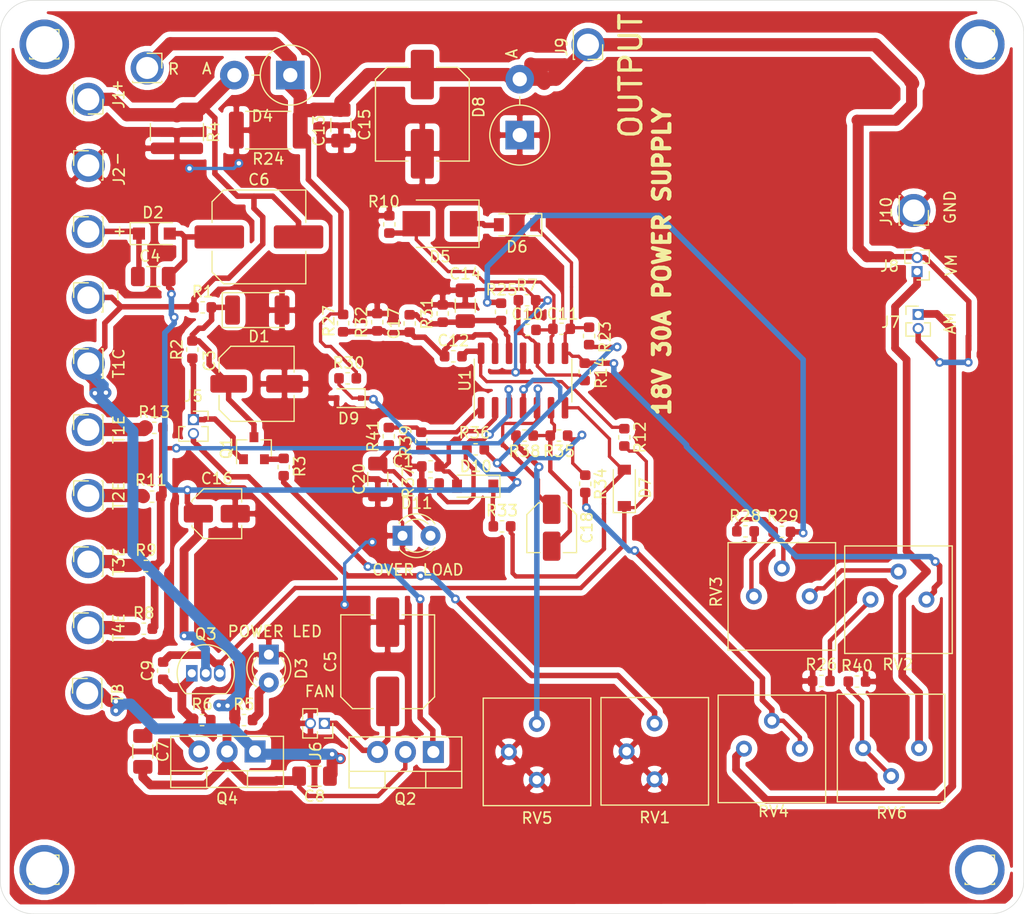
<source format=kicad_pcb>
(kicad_pcb (version 20171130) (host pcbnew "(5.1.2)-2")
  (layers (0 F.Cu signal) (31 B.Cu signal) (34 B.Paste user) (35 F.Paste user) (36 B.SilkS user) (37 F.SilkS user) (38 B.Mask user) (39 F.Mask user) (44 Edge.Cuts user))
  (net 0 "")
  (net 1 "Net-(C1-Pad1)")
  (net 2 GND)
  (net 3 "Net-(C3-Pad1)")
  (net 4 "Net-(C4-Pad2)")
  (net 5 "Net-(C16-Pad1)")
  (net 6 "Net-(C5-Pad1)")
  (net 7 "Net-(C6-Pad2)")
  (net 8 "Net-(C7-Pad1)")
  (net 9 "Net-(C8-Pad1)")
  (net 10 "Net-(C9-Pad2)")
  (net 11 "Net-(C10-Pad2)")
  (net 12 "Net-(C10-Pad1)")
  (net 13 "Net-(C11-Pad1)")
  (net 14 "Net-(C12-Pad1)")
  (net 15 "Net-(C12-Pad2)")
  (net 16 "Net-(C13-Pad1)")
  (net 17 "Net-(C14-Pad1)")
  (net 18 "Net-(C18-Pad2)")
  (net 19 "Net-(C18-Pad1)")
  (net 20 "Net-(C20-Pad1)")
  (net 21 "Net-(D3-Pad2)")
  (net 22 "Net-(D5-Pad1)")
  (net 23 "Net-(D7-Pad2)")
  (net 24 "Net-(D10-Pad1)")
  (net 25 "Net-(J5-Pad1)")
  (net 26 "Net-(J5-Pad2)")
  (net 27 "Net-(J7-Pad1)")
  (net 28 "Net-(J8-Pad1)")
  (net 29 "Net-(J16-Pad1)")
  (net 30 "Net-(J17-Pad1)")
  (net 31 "Net-(J18-Pad1)")
  (net 32 "Net-(J19-Pad1)")
  (net 33 "Net-(Q1-Pad2)")
  (net 34 "Net-(Q2-Pad1)")
  (net 35 "Net-(R11-Pad2)")
  (net 36 "Net-(R25-Pad2)")
  (net 37 "Net-(R26-Pad1)")
  (net 38 "Net-(R28-Pad1)")
  (net 39 "Net-(R34-Pad1)")
  (net 40 "Net-(R36-Pad2)")
  (net 41 "Net-(R38-Pad2)")
  (net 42 "Net-(R39-Pad1)")
  (net 43 "Net-(R40-Pad1)")
  (net 44 "Net-(RV2-Pad2)")
  (module Connector_PinSocket_2.54mm:PinSocket_1x01_P2.54mm_Vertical (layer F.Cu) (at 136 99)
    (fp_text reference 4 hide)
    (fp_text value 4 hide)
    (pad 1 thru_hole circle (at 0 0) (size 4.5 4.5) (drill 3.3) (layers *.Cu *.Mask))
  )
  (module Connector_PinSocket_2.54mm:PinSocket_1x01_P2.54mm_Vertical (layer F.Cu) (at 51 99)
    (fp_text reference 3 hide)
    (fp_text value 3 hide)
    (pad 1 thru_hole circle (at 0 0) (size 4.5 4.5) (drill 3.3) (layers *.Cu *.Mask))
  )
  (module Connector_PinSocket_2.54mm:PinSocket_1x01_P2.54mm_Vertical (layer F.Cu) (at 51 24)
    (fp_text reference S2 hide)
    (fp_text value 2)
    (pad 1 thru_hole circle (at 0 0) (size 4.5 4.5) (drill 3.3) (layers *.Cu *.Mask))
  )
  (module Connector_PinSocket_2.54mm:PinSocket_1x01_P2.54mm_Vertical (layer F.Cu) (at 136 24)
    (fp_text reference S1 hide)
    (fp_text value 1 hide)
    (pad 1 thru_hole circle (at 0 0) (size 4.5 4.5) (drill 3.3) (layers *.Cu *.Mask))
  )
  (module Connector_PinSocket_2.54mm:PinSocket_1x01_P2.54mm_Vertical (layer F.Cu) (at 60.35 26.15)
    (fp_text reference J12 hide)
    (fp_text value R (at 2.4 0.1) (layer F.SilkS))
    (pad 1 thru_hole circle (at 0 0) (size 3 3) (drill 2) (layers *.Cu *.Mask) (net 16 "Net-(C13-Pad1)"))
  )
  (module Resistor_SMD:R_0603_1608Metric (layer F.Cu) (at 94.8625 47.25)
    (fp_text reference R7 (at -0.0125 -1.35) (layer F.SilkS))
    (fp_text value 1K hide)
    (pad 2 smd roundrect (at 0.7875 0) (size 0.875 0.95) (layers F.Cu F.Paste F.Mask) (net 2 GND))
    (pad 1 smd roundrect (at -0.7875 0) (size 0.875 0.95) (layers F.Cu F.Paste F.Mask) (net 12 "Net-(C10-Pad1)"))
  )
  (module Capacitor_SMD:C_Elec_6.3x7.7 (layer F.Cu) (at 70.2875 54.85)
    (fp_text reference C3 (at -4.2875 -2.1 270) (layer F.SilkS))
    (fp_text value 100uF)
    (pad 1 smd roundrect (at -2.5375 0) (size 3.325 1.6) (layers F.Cu F.Paste F.Mask) (roundrect_rratio 0.15625) (net 3 "Net-(C3-Pad1)"))
    (pad 2 smd roundrect (at 2.5375 0) (size 3.325 1.6) (layers F.Cu F.Paste F.Mask) (roundrect_rratio 0.15625) (net 2 GND))
  )
  (module Capacitor_SMD:C_1206_3216Metric (layer F.Cu) (at 60.9 45.1 180)
    (fp_text reference C4 (at 0.3 1.85) (layer F.SilkS))
    (fp_text value 0.01uF)
    (pad 2 smd roundrect (at 1.4 0 180) (size 1.25 1.75) (layers F.Cu F.Paste F.Mask) (roundrect_rratio 0.2) (net 4 "Net-(C4-Pad2)"))
    (pad 1 smd roundrect (at -1.4 0 180) (size 1.25 1.75) (layers F.Cu F.Paste F.Mask) (roundrect_rratio 0.2) (net 5 "Net-(C16-Pad1)"))
  )
  (module Capacitor_SMD:C_Elec_8x10.2 (layer F.Cu) (at 82.2 80.1 90)
    (fp_text reference C5 (at 0 -5.2 90) (layer F.SilkS))
    (fp_text value "220uF 25v")
    (pad 1 smd roundrect (at -3.6 0 90) (size 4.5 2.1) (layers F.Cu F.Paste F.Mask) (roundrect_rratio 0.119048) (net 6 "Net-(C5-Pad1)"))
    (pad 2 smd roundrect (at 3.6 0 90) (size 4.5 2.1) (layers F.Cu F.Paste F.Mask) (roundrect_rratio 0.119048) (net 2 GND))
  )
  (module Capacitor_SMD:C_Elec_8x10.2 (layer F.Cu) (at 70.5 41.5)
    (fp_text reference C6 (at 0 -5.2) (layer F.SilkS))
    (fp_text value 1000uF hide)
    (pad 2 smd roundrect (at 3.6 0) (size 4.5 2.1) (layers F.Cu F.Paste F.Mask) (roundrect_rratio 0.119048) (net 7 "Net-(C6-Pad2)"))
    (pad 1 smd roundrect (at -3.6 0) (size 4.5 2.1) (layers F.Cu F.Paste F.Mask) (roundrect_rratio 0.119048) (net 5 "Net-(C16-Pad1)"))
  )
  (module Capacitor_SMD:C_1206_3216Metric (layer F.Cu) (at 59.95 88.25 270)
    (fp_text reference C7 (at 0 -1.82 90) (layer F.SilkS))
    (fp_text value 0.01uF)
    (pad 1 smd roundrect (at -1.4 0 270) (size 1.25 1.75) (layers F.Cu F.Paste F.Mask) (roundrect_rratio 0.2) (net 8 "Net-(C7-Pad1)"))
    (pad 2 smd roundrect (at 1.4 0 270) (size 1.25 1.75) (layers F.Cu F.Paste F.Mask) (roundrect_rratio 0.2) (net 7 "Net-(C6-Pad2)"))
  )
  (module Capacitor_SMD:C_1206_3216Metric (layer F.Cu) (at 75.55 90.5 180)
    (fp_text reference C8 (at 0 -1.82) (layer F.SilkS))
    (fp_text value 0.01Uf)
    (pad 2 smd roundrect (at 1.4 0 180) (size 1.25 1.75) (layers F.Cu F.Paste F.Mask) (roundrect_rratio 0.2) (net 7 "Net-(C6-Pad2)"))
    (pad 1 smd roundrect (at -1.4 0 180) (size 1.25 1.75) (layers F.Cu F.Paste F.Mask) (roundrect_rratio 0.2) (net 9 "Net-(C8-Pad1)"))
  )
  (module Capacitor_SMD:C_0603_1608Metric (layer F.Cu) (at 61.8 80.9125 90)
    (fp_text reference C9 (at 0 -1.43 90) (layer F.SilkS))
    (fp_text value 100pF)
    (pad 1 smd roundrect (at -0.7875 0 90) (size 0.875 0.95) (layers F.Cu F.Paste F.Mask) (net 8 "Net-(C7-Pad1)"))
    (pad 2 smd roundrect (at 0.7875 0 90) (size 0.875 0.95) (layers F.Cu F.Paste F.Mask) (net 10 "Net-(C9-Pad2)"))
  )
  (module Capacitor_SMD:C_0603_1608Metric (layer F.Cu) (at 94.8875 49.95)
    (fp_text reference C10 (at 0 -1.43) (layer F.SilkS))
    (fp_text value 22pF)
    (pad 2 smd roundrect (at 0.7875 0) (size 0.875 0.95) (layers F.Cu F.Paste F.Mask) (net 11 "Net-(C10-Pad2)"))
    (pad 1 smd roundrect (at -0.7875 0) (size 0.875 0.95) (layers F.Cu F.Paste F.Mask) (net 12 "Net-(C10-Pad1)"))
  )
  (module Capacitor_SMD:C_0603_1608Metric (layer F.Cu) (at 98 49.85 180)
    (fp_text reference C11 (at -0.1 1.35) (layer F.SilkS))
    (fp_text value 0.1uF)
    (pad 1 smd roundrect (at -0.7875 0 180) (size 0.875 0.95) (layers F.Cu F.Paste F.Mask) (net 13 "Net-(C11-Pad1)"))
    (pad 2 smd roundrect (at 0.7875 0 180) (size 0.875 0.95) (layers F.Cu F.Paste F.Mask) (net 11 "Net-(C10-Pad2)"))
  )
  (module Capacitor_SMD:C_0603_1608Metric (layer F.Cu) (at 88.1625 52.35)
    (fp_text reference C12 (at 0 -1.43) (layer F.SilkS))
    (fp_text value 0.001uF)
    (pad 1 smd roundrect (at -0.7875 0) (size 0.875 0.95) (layers F.Cu F.Paste F.Mask) (net 14 "Net-(C12-Pad1)"))
    (pad 2 smd roundrect (at 0.7875 0) (size 0.875 0.95) (layers F.Cu F.Paste F.Mask) (net 15 "Net-(C12-Pad2)"))
  )
  (module Capacitor_SMD:C_1206_3216Metric (layer F.Cu) (at 77.95 31.35 270)
    (fp_text reference C13 (at 0.5 2 90) (layer F.SilkS))
    (fp_text value 0.01uF)
    (pad 1 smd roundrect (at -1.4 0 270) (size 1.25 1.75) (layers F.Cu F.Paste F.Mask) (roundrect_rratio 0.2) (net 16 "Net-(C13-Pad1)"))
    (pad 2 smd roundrect (at 1.4 0 270) (size 1.25 1.75) (layers F.Cu F.Paste F.Mask) (roundrect_rratio 0.2) (net 2 GND))
  )
  (module Capacitor_SMD:C_1206_3216Metric (layer F.Cu) (at 89.25 47.75 90)
    (fp_text reference C14 (at 2.9 0 180) (layer F.SilkS))
    (fp_text value 0.01uF)
    (pad 2 smd roundrect (at 1.4 0 90) (size 1.25 1.75) (layers F.Cu F.Paste F.Mask) (roundrect_rratio 0.2) (net 2 GND))
    (pad 1 smd roundrect (at -1.4 0 90) (size 1.25 1.75) (layers F.Cu F.Paste F.Mask) (roundrect_rratio 0.2) (net 17 "Net-(C14-Pad1)"))
  )
  (module Capacitor_SMD:C_Elec_8x10.2 (layer F.Cu) (at 85.35 30.35 270)
    (fp_text reference C15 (at 0.95 5.25 90) (layer F.SilkS))
    (fp_text value "220uF 25V")
    (pad 1 smd roundrect (at -3.6 0 270) (size 4.5 2.1) (layers F.Cu F.Paste F.Mask) (roundrect_rratio 0.119048) (net 16 "Net-(C13-Pad1)"))
    (pad 2 smd roundrect (at 3.6 0 270) (size 4.5 2.1) (layers F.Cu F.Paste F.Mask) (roundrect_rratio 0.119048) (net 2 GND))
  )
  (module Capacitor_SMD:C_Elec_4x5.4 (layer F.Cu) (at 66.675 66.65)
    (fp_text reference C16 (at 0 -3.2) (layer F.SilkS))
    (fp_text value 1uF)
    (pad 1 smd roundrect (at -1.675 0) (size 2.65 1.6) (layers F.Cu F.Paste F.Mask) (roundrect_rratio 0.15625) (net 5 "Net-(C16-Pad1)"))
    (pad 2 smd roundrect (at 1.675 0) (size 2.65 1.6) (layers F.Cu F.Paste F.Mask) (roundrect_rratio 0.15625) (net 2 GND))
  )
  (module Capacitor_SMD:C_0603_1608Metric (layer F.Cu) (at 84.2 49.3625 90)
    (fp_text reference C17 (at 0 -1.43 90) (layer F.SilkS))
    (fp_text value 22pF)
    (pad 2 smd roundrect (at 0.7875 0 90) (size 0.875 0.95) (layers F.Cu F.Paste F.Mask) (net 17 "Net-(C14-Pad1)"))
    (pad 1 smd roundrect (at -0.7875 0 90) (size 0.875 0.95) (layers F.Cu F.Paste F.Mask) (net 14 "Net-(C12-Pad1)"))
  )
  (module Capacitor_SMD:C_Elec_4x5.4 (layer F.Cu) (at 97.1 67.925 270)
    (fp_text reference C18 (at 0 -3.2 90) (layer F.SilkS))
    (fp_text value 1uF)
    (pad 2 smd roundrect (at 1.675 0 270) (size 2.65 1.6) (layers F.Cu F.Paste F.Mask) (roundrect_rratio 0.15625) (net 18 "Net-(C18-Pad2)"))
    (pad 1 smd roundrect (at -1.675 0 270) (size 2.65 1.6) (layers F.Cu F.Paste F.Mask) (roundrect_rratio 0.15625) (net 19 "Net-(C18-Pad1)"))
  )
  (module Capacitor_SMD:C_1206_3216Metric (layer F.Cu) (at 81.3 63.5 270)
    (fp_text reference C20 (at 0 1.7 90) (layer F.SilkS))
    (fp_text value 0.01uF)
    (pad 1 smd roundrect (at -1.4 0 270) (size 1.25 1.75) (layers F.Cu F.Paste F.Mask) (roundrect_rratio 0.2) (net 20 "Net-(C20-Pad1)"))
    (pad 2 smd roundrect (at 1.4 0 270) (size 1.25 1.75) (layers F.Cu F.Paste F.Mask) (roundrect_rratio 0.2) (net 2 GND))
  )
  (module Diode_SMD:D_2010_5025Metric (layer F.Cu) (at 70.35 48.15)
    (fp_text reference D1 (at 0.15 2.4) (layer F.SilkS))
    (fp_text value "15V 1W")
    (pad 1 smd roundrect (at -2.25 0) (size 1.35 2.65) (layers F.Cu F.Paste F.Mask) (roundrect_rratio 0.185185) (net 3 "Net-(C3-Pad1)"))
    (pad 2 smd roundrect (at 2.25 0) (size 1.35 2.65) (layers F.Cu F.Paste F.Mask) (roundrect_rratio 0.185185) (net 2 GND))
  )
  (module Diode_SMD:D_SOD-123F (layer F.Cu) (at 61 41.2)
    (fp_text reference D2 (at -0.127 -1.905) (layer F.SilkS))
    (fp_text value 1N4001)
    (pad 1 smd rect (at -1.4 0) (size 1.1 1.1) (layers F.Cu F.Paste F.Mask) (net 4 "Net-(C4-Pad2)"))
    (pad 2 smd rect (at 1.4 0) (size 1.1 1.1) (layers F.Cu F.Paste F.Mask) (net 5 "Net-(C16-Pad1)"))
  )
  (module LED_THT:LED_D3.0mm (layer F.Cu) (at 71.4 79.45 270)
    (fp_text reference D3 (at 1.27 -2.96 90) (layer F.SilkS))
    (fp_text value "POWER LED" (at -2.1 -0.55 180) (layer F.SilkS))
    (pad 2 thru_hole circle (at 2.54 0 270) (size 1.8 1.8) (drill 0.9) (layers *.Cu *.Mask) (net 21 "Net-(D3-Pad2)"))
    (pad 1 thru_hole rect (at 0 0 270) (size 1.8 1.8) (drill 0.9) (layers *.Cu *.Mask) (net 2 GND))
  )
  (module Diode_THT:D_DO-201_P5.08mm_Vertical_AnodeUp (layer F.Cu) (at 73.35 26.8 180)
    (fp_text reference D4 (at 2.54 -3.725) (layer F.SilkS))
    (fp_text value 1N5401)
    (fp_text user A (at 7.59 0.59) (layer F.SilkS))
    (pad 2 thru_hole oval (at 5.08 0 180) (size 2.6 2.6) (drill 1.3) (layers *.Cu *.Mask) (net 7 "Net-(C6-Pad2)"))
    (pad 1 thru_hole rect (at 0 0 180) (size 2.6 2.6) (drill 1.3) (layers *.Cu *.Mask) (net 16 "Net-(C13-Pad1)"))
  )
  (module Diode_SMD:D_SMB (layer F.Cu) (at 86.95 40.3 180)
    (fp_text reference D5 (at 0 -3) (layer F.SilkS))
    (fp_text value 7.5V)
    (pad 1 smd rect (at -2.15 0 180) (size 2.5 2.3) (layers F.Cu F.Paste F.Mask) (net 22 "Net-(D5-Pad1)"))
    (pad 2 smd rect (at 2.15 0 180) (size 2.5 2.3) (layers F.Cu F.Paste F.Mask) (net 11 "Net-(C10-Pad2)"))
  )
  (module Diode_SMD:D_SOD-123 (layer F.Cu) (at 93.95 40.4 180)
    (fp_text reference D6 (at 0 -2) (layer F.SilkS))
    (fp_text value 1N4148)
    (pad 2 smd rect (at 1.65 0 180) (size 0.9 1.2) (layers F.Cu F.Paste F.Mask) (net 22 "Net-(D5-Pad1)"))
    (pad 1 smd rect (at -1.65 0 180) (size 0.9 1.2) (layers F.Cu F.Paste F.Mask) (net 13 "Net-(C11-Pad1)"))
  )
  (module Diode_SMD:D_SOD-123 (layer F.Cu) (at 103.7 64.3 90)
    (fp_text reference D7 (at 0 1.9 90) (layer F.SilkS))
    (fp_text value 1N4148)
    (pad 1 smd rect (at -1.65 0 90) (size 0.9 1.2) (layers F.Cu F.Paste F.Mask) (net 10 "Net-(C9-Pad2)"))
    (pad 2 smd rect (at 1.65 0 90) (size 0.9 1.2) (layers F.Cu F.Paste F.Mask) (net 23 "Net-(D7-Pad2)"))
  )
  (module Diode_THT:D_DO-201_P5.08mm_Vertical_AnodeUp (layer F.Cu) (at 94.2 32.25 90)
    (fp_text reference D8 (at 2.54 -3.725 90) (layer F.SilkS))
    (fp_text value 1N5401)
    (fp_text user A (at 7.4 -0.72 90) (layer F.SilkS))
    (pad 1 thru_hole rect (at 0 0 90) (size 2.6 2.6) (drill 1.3) (layers *.Cu *.Mask) (net 2 GND))
    (pad 2 thru_hole oval (at 5.08 0 90) (size 2.6 2.6) (drill 1.3) (layers *.Cu *.Mask) (net 16 "Net-(C13-Pad1)"))
  )
  (module Diode_SMD:D_SOD-323F (layer F.Cu) (at 78.65 56.15 180)
    (fp_text reference D9 (at 0 -1.85) (layer F.SilkS))
    (fp_text value 17V)
    (pad 1 smd rect (at -1.1 0 180) (size 0.5 0.5) (layers F.Cu F.Paste F.Mask) (net 19 "Net-(C18-Pad1)"))
    (pad 2 smd rect (at 1.1 0 180) (size 0.5 0.5) (layers F.Cu F.Paste F.Mask) (net 2 GND))
  )
  (module Diode_SMD:D_SOD-123 (layer F.Cu) (at 90.15 64.15 180)
    (fp_text reference D10 (at -0.05 1.8) (layer F.SilkS))
    (fp_text value 1N4148)
    (pad 1 smd rect (at -1.65 0 180) (size 0.9 1.2) (layers F.Cu F.Paste F.Mask) (net 24 "Net-(D10-Pad1)"))
    (pad 2 smd rect (at 1.65 0 180) (size 0.9 1.2) (layers F.Cu F.Paste F.Mask) (net 1 "Net-(C1-Pad1)"))
  )
  (module LED_THT:LED_D3.0mm (layer F.Cu) (at 83.55 68.65)
    (fp_text reference D11 (at 1.27 -2.96) (layer F.SilkS))
    (fp_text value "OVER LOAD" (at 1.4 3.1) (layer F.SilkS))
    (pad 1 thru_hole rect (at 0 0) (size 1.8 1.8) (drill 0.9) (layers *.Cu *.Mask) (net 2 GND))
    (pad 2 thru_hole circle (at 2.54 0) (size 1.8 1.8) (drill 0.9) (layers *.Cu *.Mask) (net 20 "Net-(C20-Pad1)"))
  )
  (module Connector_PinSocket_1.27mm:PinSocket_1x02_P1.27mm_Vertical (layer F.Cu) (at 64.55 58.1)
    (fp_text reference J5 (at 0 -2.135) (layer F.SilkS))
    (fp_text value temp)
    (pad 1 thru_hole rect (at 0 0) (size 1 1) (drill 0.7) (layers *.Cu *.Mask) (net 25 "Net-(J5-Pad1)"))
    (pad 2 thru_hole oval (at 0 1.27) (size 1 1) (drill 0.7) (layers *.Cu *.Mask) (net 26 "Net-(J5-Pad2)"))
  )
  (module Connector_PinSocket_1.27mm:PinSocket_1x02_P1.27mm_Vertical (layer F.Cu) (at 76.45 85.7 270)
    (fp_text reference J6 (at 2.5 0.8 90) (layer F.SilkS))
    (fp_text value FAN (at -2.9 0.4) (layer F.SilkS))
    (pad 2 thru_hole oval (at 0 1.27 270) (size 1 1) (drill 0.7) (layers *.Cu *.Mask) (net 2 GND))
    (pad 1 thru_hole rect (at 0 0 270) (size 1 1) (drill 0.7) (layers *.Cu *.Mask) (net 6 "Net-(C5-Pad1)"))
  )
  (module Connector_PinHeader_1.27mm:PinHeader_1x02_P1.27mm_Vertical (layer F.Cu) (at 130.4 48.55)
    (fp_text reference J7 (at -2.5 0.7) (layer F.SilkS))
    (fp_text value AM (at 2.9 0.8 90) (layer F.SilkS))
    (pad 2 thru_hole oval (at 0 1.27) (size 1 1) (drill 0.65) (layers *.Cu *.Mask) (net 16 "Net-(C13-Pad1)"))
    (pad 1 thru_hole rect (at 0 0) (size 1 1) (drill 0.65) (layers *.Cu *.Mask) (net 27 "Net-(J7-Pad1)"))
  )
  (module Connector_PinHeader_1.27mm:PinHeader_1x02_P1.27mm_Vertical (layer F.Cu) (at 130.3 44.65 180)
    (fp_text reference J8 (at 2.5 0.5) (layer F.SilkS))
    (fp_text value VM (at -3.1 0.6 90) (layer F.SilkS))
    (pad 1 thru_hole rect (at 0 0 180) (size 1 1) (drill 0.65) (layers *.Cu *.Mask) (net 28 "Net-(J8-Pad1)"))
    (pad 2 thru_hole oval (at 0 1.27 180) (size 1 1) (drill 0.65) (layers *.Cu *.Mask) (net 16 "Net-(C13-Pad1)"))
  )
  (module Package_TO_SOT_SMD:SOT-23 (layer F.Cu) (at 70.05 60.7 90)
    (fp_text reference Q1 (at 0 -2.5 90) (layer F.SilkS))
    (fp_text value B550C)
    (pad 1 smd rect (at -1 -0.95 90) (size 0.9 0.8) (layers F.Cu F.Paste F.Mask) (net 25 "Net-(J5-Pad1)"))
    (pad 2 smd rect (at -1 0.95 90) (size 0.9 0.8) (layers F.Cu F.Paste F.Mask) (net 33 "Net-(Q1-Pad2)"))
    (pad 3 smd rect (at 1 0 90) (size 0.9 0.8) (layers F.Cu F.Paste F.Mask) (net 3 "Net-(C3-Pad1)"))
  )
  (module Package_TO_SOT_THT:TO-220-3_Vertical (layer F.Cu) (at 86.35 88.3 180)
    (fp_text reference Q2 (at 2.54 -4.27) (layer F.SilkS))
    (fp_text value TIP31C)
    (pad 1 thru_hole rect (at 0 0 180) (size 1.905 2) (drill 1.1) (layers *.Cu *.Mask) (net 34 "Net-(Q2-Pad1)"))
    (pad 2 thru_hole oval (at 2.54 0 180) (size 1.905 2) (drill 1.1) (layers *.Cu *.Mask) (net 7 "Net-(C6-Pad2)"))
    (pad 3 thru_hole oval (at 5.08 0 180) (size 1.905 2) (drill 1.1) (layers *.Cu *.Mask) (net 6 "Net-(C5-Pad1)"))
  )
  (module Package_TO_SOT_THT:TO-92_Inline (layer F.Cu) (at 64.4 81.15)
    (fp_text reference Q3 (at 1.27 -3.56) (layer F.SilkS))
    (fp_text value 2SC1815)
    (pad 2 thru_hole oval (at 1.27 0) (size 1.05 1.5) (drill 0.75) (layers *.Cu *.Mask) (net 5 "Net-(C16-Pad1)"))
    (pad 3 thru_hole oval (at 2.54 0) (size 1.05 1.5) (drill 0.75) (layers *.Cu *.Mask) (net 10 "Net-(C9-Pad2)"))
    (pad 1 thru_hole rect (at 0 0) (size 1.05 1.5) (drill 0.75) (layers *.Cu *.Mask) (net 8 "Net-(C7-Pad1)"))
  )
  (module Package_TO_SOT_THT:TO-220-3_Vertical (layer F.Cu) (at 70.15 88.25 180)
    (fp_text reference Q4 (at 2.54 -4.27) (layer F.SilkS))
    (fp_text value 2SD880)
    (pad 3 thru_hole oval (at 5.08 0 180) (size 1.905 2) (drill 1.1) (layers *.Cu *.Mask) (net 8 "Net-(C7-Pad1)"))
    (pad 2 thru_hole oval (at 2.54 0 180) (size 1.905 2) (drill 1.1) (layers *.Cu *.Mask) (net 7 "Net-(C6-Pad2)"))
    (pad 1 thru_hole rect (at 0 0 180) (size 1.905 2) (drill 1.1) (layers *.Cu *.Mask) (net 9 "Net-(C8-Pad1)"))
  )
  (module Resistor_SMD:R_0603_1608Metric (layer F.Cu) (at 65.3875 47.9)
    (fp_text reference R1 (at 0 -1.43) (layer F.SilkS))
    (fp_text value 390)
    (pad 2 smd roundrect (at 0.7875 0) (size 0.875 0.95) (layers F.Cu F.Paste F.Mask) (net 3 "Net-(C3-Pad1)"))
    (pad 1 smd roundrect (at -0.7875 0) (size 0.875 0.95) (layers F.Cu F.Paste F.Mask) (net 7 "Net-(C6-Pad2)"))
  )
  (module Resistor_SMD:R_0603_1608Metric (layer F.Cu) (at 64.45 51.7375 270)
    (fp_text reference R2 (at 0 1.4 90) (layer F.SilkS))
    (fp_text value 120K)
    (pad 2 smd roundrect (at 0.7875 0 270) (size 0.875 0.95) (layers F.Cu F.Paste F.Mask) (net 25 "Net-(J5-Pad1)"))
    (pad 1 smd roundrect (at -0.7875 0 270) (size 0.875 0.95) (layers F.Cu F.Paste F.Mask) (net 3 "Net-(C3-Pad1)"))
  )
  (module Resistor_SMD:R_0603_1608Metric (layer F.Cu) (at 72.75 62.4125 90)
    (fp_text reference R3 (at 0.0625 1.45 90) (layer F.SilkS))
    (fp_text value 1K)
    (pad 1 smd roundrect (at -0.7875 0 90) (size 0.875 0.95) (layers F.Cu F.Paste F.Mask) (net 34 "Net-(Q2-Pad1)"))
    (pad 2 smd roundrect (at 0.7875 0 90) (size 0.875 0.95) (layers F.Cu F.Paste F.Mask) (net 33 "Net-(Q1-Pad2)"))
  )
  (module Resistor_SMD:R_1218_3246Metric (layer F.Cu) (at 63.05 31.975 270)
    (fp_text reference R4 (at 0 -3.32 90) (layer F.SilkS))
    (fp_text value 1K2W)
    (pad 1 smd roundrect (at -1.475 0 270) (size 1.05 4.75) (layers F.Cu F.Paste F.Mask) (roundrect_rratio 0.238095) (net 7 "Net-(C6-Pad2)"))
    (pad 2 smd roundrect (at 1.475 0 270) (size 1.05 4.75) (layers F.Cu F.Paste F.Mask) (roundrect_rratio 0.238095) (net 2 GND))
  )
  (module Resistor_SMD:R_0603_1608Metric (layer F.Cu) (at 69.1375 85.4)
    (fp_text reference R5 (at 0 -1.43) (layer F.SilkS))
    (fp_text value 2.7K)
    (pad 1 smd roundrect (at -0.7875 0) (size 0.875 0.95) (layers F.Cu F.Paste F.Mask) (net 7 "Net-(C6-Pad2)"))
    (pad 2 smd roundrect (at 0.7875 0) (size 0.875 0.95) (layers F.Cu F.Paste F.Mask) (net 21 "Net-(D3-Pad2)"))
  )
  (module Resistor_SMD:R_0603_1608Metric (layer F.Cu) (at 65.3375 85.4)
    (fp_text reference R6 (at 0 -1.43) (layer F.SilkS))
    (fp_text value 4.7K)
    (pad 1 smd roundrect (at -0.7875 0) (size 0.875 0.95) (layers F.Cu F.Paste F.Mask) (net 8 "Net-(C7-Pad1)"))
    (pad 2 smd roundrect (at 0.7875 0) (size 0.875 0.95) (layers F.Cu F.Paste F.Mask) (net 2 GND))
  )
  (module Resistor_SMD:R_0603_1608Metric (layer F.Cu) (at 60.0375 77.1)
    (fp_text reference R8 (at 0 -1.43) (layer F.SilkS))
    (fp_text value "10 X4")
    (pad 2 smd roundrect (at 0.7875 0) (size 0.875 0.95) (layers F.Cu F.Paste F.Mask) (net 35 "Net-(R11-Pad2)"))
    (pad 1 smd roundrect (at -0.7875 0) (size 0.875 0.95) (layers F.Cu F.Paste F.Mask) (net 29 "Net-(J16-Pad1)"))
  )
  (module Resistor_SMD:R_0603_1608Metric (layer F.Cu) (at 60.2375 71.4)
    (fp_text reference R9 (at 0 -1.43) (layer F.SilkS))
    (fp_text value 10)
    (pad 2 smd roundrect (at 0.7875 0) (size 0.875 0.95) (layers F.Cu F.Paste F.Mask) (net 35 "Net-(R11-Pad2)"))
    (pad 1 smd roundrect (at -0.7875 0) (size 0.875 0.95) (layers F.Cu F.Paste F.Mask) (net 30 "Net-(J17-Pad1)"))
  )
  (module Resistor_SMD:R_0603_1608Metric (layer F.Cu) (at 82.35 40.3625 90)
    (fp_text reference R10 (at 2.0625 -0.5) (layer F.SilkS))
    (fp_text value 1K)
    (pad 1 smd roundrect (at -0.7875 0 90) (size 0.875 0.95) (layers F.Cu F.Paste F.Mask) (net 11 "Net-(C10-Pad2)"))
    (pad 2 smd roundrect (at 0.7875 0 90) (size 0.875 0.95) (layers F.Cu F.Paste F.Mask) (net 2 GND))
  )
  (module Resistor_SMD:R_0603_1608Metric (layer F.Cu) (at 60.7875 65.1)
    (fp_text reference R11 (at -0.1 -1.5) (layer F.SilkS))
    (fp_text value 10)
    (pad 1 smd roundrect (at -0.7875 0) (size 0.875 0.95) (layers F.Cu F.Paste F.Mask) (net 31 "Net-(J18-Pad1)"))
    (pad 2 smd roundrect (at 0.7875 0) (size 0.875 0.95) (layers F.Cu F.Paste F.Mask) (net 35 "Net-(R11-Pad2)"))
  )
  (module Resistor_SMD:R_0603_1608Metric (layer F.Cu) (at 103.7 59.7125 270)
    (fp_text reference R12 (at 0 -1.43 90) (layer F.SilkS))
    (fp_text value 3.3K)
    (pad 1 smd roundrect (at -0.7875 0 270) (size 0.875 0.95) (layers F.Cu F.Paste F.Mask) (net 15 "Net-(C12-Pad2)"))
    (pad 2 smd roundrect (at 0.7875 0 270) (size 0.875 0.95) (layers F.Cu F.Paste F.Mask) (net 10 "Net-(C9-Pad2)"))
  )
  (module Resistor_SMD:R_0603_1608Metric (layer F.Cu) (at 60.9875 58.85)
    (fp_text reference R13 (at 0 -1.43) (layer F.SilkS))
    (fp_text value 10)
    (pad 2 smd roundrect (at 0.7875 0) (size 0.875 0.95) (layers F.Cu F.Paste F.Mask) (net 35 "Net-(R11-Pad2)"))
    (pad 1 smd roundrect (at -0.7875 0) (size 0.875 0.95) (layers F.Cu F.Paste F.Mask) (net 32 "Net-(J19-Pad1)"))
  )
  (module Resistor_SMD:R_0603_1608Metric (layer F.Cu) (at 100.1 53.7625 270)
    (fp_text reference R14 (at 0.0875 -1.5 90) (layer F.SilkS))
    (fp_text value 2.2K)
    (pad 2 smd roundrect (at 0.7875 0 270) (size 0.875 0.95) (layers F.Cu F.Paste F.Mask) (net 12 "Net-(C10-Pad1)"))
    (pad 1 smd roundrect (at -0.7875 0 270) (size 0.875 0.95) (layers F.Cu F.Paste F.Mask) (net 13 "Net-(C11-Pad1)"))
  )
  (module Resistor_SMD:R_0603_1608Metric (layer F.Cu) (at 100.5 50.5 90)
    (fp_text reference R23 (at -0.1 1.45 90) (layer F.SilkS))
    (fp_text value 220K)
    (pad 1 smd roundrect (at -0.7875 0 90) (size 0.875 0.95) (layers F.Cu F.Paste F.Mask) (net 5 "Net-(C16-Pad1)"))
    (pad 2 smd roundrect (at 0.7875 0 90) (size 0.875 0.95) (layers F.Cu F.Paste F.Mask) (net 13 "Net-(C11-Pad1)"))
  )
  (module Resistor_SMD:R_2512_6332Metric (layer F.Cu) (at 71.35 31.8 180)
    (fp_text reference R24 (at 0 -2.62) (layer F.SilkS))
    (fp_text value "330 1W")
    (pad 1 smd roundrect (at -2.9 0 180) (size 1.35 3.35) (layers F.Cu F.Paste F.Mask) (roundrect_rratio 0.185185) (net 16 "Net-(C13-Pad1)"))
    (pad 2 smd roundrect (at 2.9 0 180) (size 1.35 3.35) (layers F.Cu F.Paste F.Mask) (roundrect_rratio 0.185185) (net 2 GND))
  )
  (module Resistor_SMD:R_0603_1608Metric (layer F.Cu) (at 92.5 48.3125 90)
    (fp_text reference R25 (at 2.0125 0.05) (layer F.SilkS))
    (fp_text value 5.6K)
    (pad 2 smd roundrect (at 0.7875 0 90) (size 0.875 0.95) (layers F.Cu F.Paste F.Mask) (net 36 "Net-(R25-Pad2)"))
    (pad 1 smd roundrect (at -0.7875 0 90) (size 0.875 0.95) (layers F.Cu F.Paste F.Mask) (net 17 "Net-(C14-Pad1)"))
  )
  (module Resistor_SMD:R_0603_1608Metric (layer F.Cu) (at 121.6 81.85 180)
    (fp_text reference R26 (at 0 1.5) (layer F.SilkS))
    (fp_text value 5.6K)
    (pad 1 smd roundrect (at -0.7875 0 180) (size 0.875 0.95) (layers F.Cu F.Paste F.Mask) (net 37 "Net-(R26-Pad1)"))
    (pad 2 smd roundrect (at 0.7875 0 180) (size 0.875 0.95) (layers F.Cu F.Paste F.Mask) (net 2 GND))
  )
  (module Resistor_SMD:R_0603_1608Metric (layer F.Cu) (at 78.15 49.3375 270)
    (fp_text reference R27 (at -0.1875 1.3 90) (layer F.SilkS))
    (fp_text value 10K)
    (pad 2 smd roundrect (at 0.7875 0 270) (size 0.875 0.95) (layers F.Cu F.Paste F.Mask) (net 14 "Net-(C12-Pad1)"))
    (pad 1 smd roundrect (at -0.7875 0 270) (size 0.875 0.95) (layers F.Cu F.Paste F.Mask) (net 16 "Net-(C13-Pad1)"))
  )
  (module Resistor_SMD:R_0603_1608Metric (layer F.Cu) (at 114.7125 68.25)
    (fp_text reference R28 (at -0.0375 -1.4) (layer F.SilkS))
    (fp_text value 560)
    (pad 2 smd roundrect (at 0.7875 0) (size 0.875 0.95) (layers F.Cu F.Paste F.Mask) (net 2 GND))
    (pad 1 smd roundrect (at -0.7875 0) (size 0.875 0.95) (layers F.Cu F.Paste F.Mask) (net 38 "Net-(R28-Pad1)"))
  )
  (module Resistor_SMD:R_0603_1608Metric (layer F.Cu) (at 118.0125 68.3 180)
    (fp_text reference R29 (at -0.0875 1.45) (layer F.SilkS))
    (fp_text value 30K)
    (pad 2 smd roundrect (at 0.7875 0 180) (size 0.875 0.95) (layers F.Cu F.Paste F.Mask) (net 38 "Net-(R28-Pad1)"))
    (pad 1 smd roundrect (at -0.7875 0 180) (size 0.875 0.95) (layers F.Cu F.Paste F.Mask) (net 36 "Net-(R25-Pad2)"))
  )
  (module Resistor_SMD:R_0603_1608Metric (layer F.Cu) (at 78.5625 54.35 180)
    (fp_text reference R30 (at -0.0875 1.4) (layer F.SilkS))
    (fp_text value 1.5K)
    (pad 2 smd roundrect (at 0.7875 0 180) (size 0.875 0.95) (layers F.Cu F.Paste F.Mask) (net 19 "Net-(C18-Pad1)"))
    (pad 1 smd roundrect (at -0.7875 0 180) (size 0.875 0.95) (layers F.Cu F.Paste F.Mask) (net 16 "Net-(C13-Pad1)"))
  )
  (module Resistor_SMD:R_0603_1608Metric (layer F.Cu) (at 87.2 48.4625 90)
    (fp_text reference R31 (at 0 -1.43 90) (layer F.SilkS))
    (fp_text value 1M)
    (pad 1 smd roundrect (at -0.7875 0 90) (size 0.875 0.95) (layers F.Cu F.Paste F.Mask) (net 17 "Net-(C14-Pad1)"))
    (pad 2 smd roundrect (at 0.7875 0 90) (size 0.875 0.95) (layers F.Cu F.Paste F.Mask) (net 2 GND))
  )
  (module Resistor_SMD:R_0603_1608Metric (layer F.Cu) (at 81.25 49.25 90)
    (fp_text reference R32 (at 0 -1.43 90) (layer F.SilkS))
    (fp_text value 10K)
    (pad 1 smd roundrect (at -0.7875 0 90) (size 0.875 0.95) (layers F.Cu F.Paste F.Mask) (net 14 "Net-(C12-Pad1)"))
    (pad 2 smd roundrect (at 0.7875 0 90) (size 0.875 0.95) (layers F.Cu F.Paste F.Mask) (net 2 GND))
  )
  (module Resistor_SMD:R_0603_1608Metric (layer F.Cu) (at 92.5875 67.8)
    (fp_text reference R33 (at 0 -1.43) (layer F.SilkS))
    (fp_text value 1K)
    (pad 2 smd roundrect (at 0.7875 0) (size 0.875 0.95) (layers F.Cu F.Paste F.Mask) (net 23 "Net-(D7-Pad2)"))
    (pad 1 smd roundrect (at -0.7875 0) (size 0.875 0.95) (layers F.Cu F.Paste F.Mask) (net 24 "Net-(D10-Pad1)"))
  )
  (module Resistor_SMD:R_0603_1608Metric (layer F.Cu) (at 100.15 63.9375 90)
    (fp_text reference R34 (at -0.0125 1.4 90) (layer F.SilkS))
    (fp_text value 330)
    (pad 1 smd roundrect (at -0.7875 0 90) (size 0.875 0.95) (layers F.Cu F.Paste F.Mask) (net 39 "Net-(R34-Pad1)"))
    (pad 2 smd roundrect (at 0.7875 0 90) (size 0.875 0.95) (layers F.Cu F.Paste F.Mask) (net 35 "Net-(R11-Pad2)"))
  )
  (module Resistor_SMD:R_0603_1608Metric (layer F.Cu) (at 97.7625 59.55 180)
    (fp_text reference R35 (at 0 -1.43) (layer F.SilkS))
    (fp_text value 4.7K)
    (pad 2 smd roundrect (at 0.7875 0 180) (size 0.875 0.95) (layers F.Cu F.Paste F.Mask) (net 18 "Net-(C18-Pad2)"))
    (pad 1 smd roundrect (at -0.7875 0 180) (size 0.875 0.95) (layers F.Cu F.Paste F.Mask) (net 35 "Net-(R11-Pad2)"))
  )
  (module Resistor_SMD:R_0603_1608Metric (layer F.Cu) (at 90.1875 60.8 180)
    (fp_text reference R36 (at 0.0875 1.5 180) (layer F.SilkS))
    (fp_text value 220K)
    (pad 1 smd roundrect (at -0.7875 0 180) (size 0.875 0.95) (layers F.Cu F.Paste F.Mask) (net 5 "Net-(C16-Pad1)"))
    (pad 2 smd roundrect (at 0.7875 0 180) (size 0.875 0.95) (layers F.Cu F.Paste F.Mask) (net 40 "Net-(R36-Pad2)"))
  )
  (module Resistor_SMD:R_0603_1608Metric (layer F.Cu) (at 86.0875 63.9 180)
    (fp_text reference R37 (at 2.0125 0.1 270) (layer F.SilkS))
    (fp_text value 220K)
    (pad 1 smd roundrect (at -0.7875 0 180) (size 0.875 0.95) (layers F.Cu F.Paste F.Mask) (net 40 "Net-(R36-Pad2)"))
    (pad 2 smd roundrect (at 0.7875 0 180) (size 0.875 0.95) (layers F.Cu F.Paste F.Mask) (net 2 GND))
  )
  (module Resistor_SMD:R_0603_1608Metric (layer F.Cu) (at 94.6375 59.55 180)
    (fp_text reference R38 (at 0 -1.43) (layer F.SilkS))
    (fp_text value 100K)
    (pad 1 smd roundrect (at -0.7875 0 180) (size 0.875 0.95) (layers F.Cu F.Paste F.Mask) (net 18 "Net-(C18-Pad2)"))
    (pad 2 smd roundrect (at 0.7875 0 180) (size 0.875 0.95) (layers F.Cu F.Paste F.Mask) (net 41 "Net-(R38-Pad2)"))
  )
  (module Resistor_SMD:R_0603_1608Metric (layer F.Cu) (at 85.25 60.0375 270)
    (fp_text reference R39 (at 0 1.4 90) (layer F.SilkS))
    (fp_text value 82K)
    (pad 1 smd roundrect (at -0.7875 0 270) (size 0.875 0.95) (layers F.Cu F.Paste F.Mask) (net 42 "Net-(R39-Pad1)"))
    (pad 2 smd roundrect (at 0.7875 0 270) (size 0.875 0.95) (layers F.Cu F.Paste F.Mask) (net 1 "Net-(C1-Pad1)"))
  )
  (module Resistor_SMD:R_0603_1608Metric (layer F.Cu) (at 124.8375 81.9)
    (fp_text reference R40 (at 0 -1.43) (layer F.SilkS))
    (fp_text value 33K)
    (pad 1 smd roundrect (at -0.7875 0) (size 0.875 0.95) (layers F.Cu F.Paste F.Mask) (net 43 "Net-(R40-Pad1)"))
    (pad 2 smd roundrect (at 0.7875 0) (size 0.875 0.95) (layers F.Cu F.Paste F.Mask) (net 2 GND))
  )
  (module Resistor_SMD:R_0603_1608Metric (layer F.Cu) (at 82.3 59.6125 90)
    (fp_text reference R41 (at 0 -1.43 90) (layer F.SilkS))
    (fp_text value 22K)
    (pad 2 smd roundrect (at 0.7875 0 90) (size 0.875 0.95) (layers F.Cu F.Paste F.Mask) (net 42 "Net-(R39-Pad1)"))
    (pad 1 smd roundrect (at -0.7875 0 90) (size 0.875 0.95) (layers F.Cu F.Paste F.Mask) (net 20 "Net-(C20-Pad1)"))
  )
  (module "pot footprints:Potentiometer_Bourns_3386P_Vertical" (layer F.Cu) (at 106.45 85.7 180)
    (fp_text reference RV1 (at -0.015 -8.555) (layer F.SilkS))
    (fp_text value 50k)
    (pad 1 thru_hole circle (at 0 0 180) (size 1.44 1.44) (drill 0.8) (layers *.Cu *.Mask) (net 26 "Net-(J5-Pad2)"))
    (pad 2 thru_hole circle (at 2.54 -2.54 180) (size 1.44 1.44) (drill 0.8) (layers *.Cu *.Mask) (net 2 GND))
    (pad 3 thru_hole circle (at 0 -5.08 180) (size 1.44 1.44) (drill 0.8) (layers *.Cu *.Mask) (net 2 GND))
  )
  (module "pot footprints:Potentiometer_Bourns_3386P_Vertical" (layer F.Cu) (at 131.15 74.45 90)
    (fp_text reference RV2 (at -5.9 -2.6 180) (layer F.SilkS))
    (fp_text value 5K)
    (pad 3 thru_hole circle (at 0 -5.08 90) (size 1.44 1.44) (drill 0.8) (layers *.Cu *.Mask) (net 37 "Net-(R26-Pad1)"))
    (pad 2 thru_hole circle (at 2.54 -2.54 90) (size 1.44 1.44) (drill 0.8) (layers *.Cu *.Mask) (net 44 "Net-(RV2-Pad2)"))
    (pad 1 thru_hole circle (at 0 0 90) (size 1.44 1.44) (drill 0.8) (layers *.Cu *.Mask) (net 13 "Net-(C11-Pad1)"))
  )
  (module "pot footprints:Potentiometer_Bourns_3386P_Vertical" (layer F.Cu) (at 119.65 88 90)
    (fp_text reference RV4 (at -5.7 -2.4 180) (layer F.SilkS))
    (fp_text value 2K)
    (pad 3 thru_hole circle (at 0 -5.08 90) (size 1.44 1.44) (drill 0.8) (layers *.Cu *.Mask) (net 27 "Net-(J7-Pad1)"))
    (pad 2 thru_hole circle (at 2.54 -2.54 90) (size 1.44 1.44) (drill 0.8) (layers *.Cu *.Mask) (net 39 "Net-(R34-Pad1)"))
    (pad 1 thru_hole circle (at 0 0 90) (size 1.44 1.44) (drill 0.8) (layers *.Cu *.Mask) (net 39 "Net-(R34-Pad1)"))
  )
  (module "pot footprints:Potentiometer_Bourns_3386P_Vertical" (layer F.Cu) (at 95.75 85.75 180)
    (fp_text reference RV5 (at -0.015 -8.555) (layer F.SilkS))
    (fp_text value 50K)
    (pad 3 thru_hole circle (at 0 -5.08 180) (size 1.44 1.44) (drill 0.8) (layers *.Cu *.Mask) (net 2 GND))
    (pad 2 thru_hole circle (at 2.54 -2.54 180) (size 1.44 1.44) (drill 0.8) (layers *.Cu *.Mask) (net 2 GND))
    (pad 1 thru_hole circle (at 0 0 180) (size 1.44 1.44) (drill 0.8) (layers *.Cu *.Mask) (net 41 "Net-(R38-Pad2)"))
  )
  (module "pot footprints:Potentiometer_Bourns_3386P_Vertical" (layer F.Cu) (at 125.4 87.95 270)
    (fp_text reference RV6 (at 5.9 -2.6 180) (layer F.SilkS))
    (fp_text value 10K)
    (pad 1 thru_hole circle (at 0 0 270) (size 1.44 1.44) (drill 0.8) (layers *.Cu *.Mask) (net 43 "Net-(R40-Pad1)"))
    (pad 2 thru_hole circle (at 2.54 -2.54 270) (size 1.44 1.44) (drill 0.8) (layers *.Cu *.Mask) (net 43 "Net-(R40-Pad1)"))
    (pad 3 thru_hole circle (at 0 -5.08 270) (size 1.44 1.44) (drill 0.8) (layers *.Cu *.Mask) (net 28 "Net-(J8-Pad1)"))
  )
  (module Capacitor_SMD:C_0603_1608Metric (layer F.Cu) (at 86.0875 62.35 180)
    (fp_text reference C1 (at 2.4875 0.45) (layer F.SilkS))
    (fp_text value 1UF50V)
    (pad 1 smd roundrect (at -0.7875 0 180) (size 0.875 0.95) (layers F.Cu F.Paste F.Mask) (net 1 "Net-(C1-Pad1)"))
    (pad 2 smd roundrect (at 0.7875 0 180) (size 0.875 0.95) (layers F.Cu F.Paste F.Mask) (net 2 GND))
  )
  (module Connector_PinSocket_2.54mm:PinSocket_1x01_P2.54mm_Vertical (layer F.Cu) (at 55 29 270)
    (fp_text reference J1 (at 0 -2.77 90) (layer F.SilkS))
    (fp_text value + (at -1.2 -2.6 90) (layer F.SilkS))
    (pad 1 thru_hole circle (at 0 0 270) (size 3 3) (drill 2) (layers *.Cu *.Mask) (net 7 "Net-(C6-Pad2)"))
  )
  (module Connector_PinSocket_2.54mm:PinSocket_1x01_P2.54mm_Vertical (layer F.Cu) (at 55 35 90)
    (fp_text reference J2 (at -1 2.8 90) (layer F.SilkS))
    (fp_text value - (at 0.6 2.6 90) (layer F.SilkS))
    (pad 1 thru_hole circle (at 0 0 90) (size 3 3) (drill 2) (layers *.Cu *.Mask) (net 2 GND))
  )
  (module Connector_PinSocket_2.54mm:PinSocket_1x01_P2.54mm_Vertical (layer F.Cu) (at 55 47 90)
    (fp_text reference J3 hide)
    (fp_text value - (at 0.2 2.6 90) (layer F.SilkS))
    (pad 1 thru_hole circle (at 0 0 90) (size 3 3) (drill 2) (layers *.Cu *.Mask) (net 7 "Net-(C6-Pad2)"))
  )
  (module Connector_PinSocket_2.54mm:PinSocket_1x01_P2.54mm_Vertical (layer F.Cu) (at 55 41 90)
    (fp_text reference J4 hide)
    (fp_text value + (at 0 2.77 90) (layer F.SilkS))
    (pad 1 thru_hole circle (at 0 0 90) (size 3 3) (drill 2) (layers *.Cu *.Mask) (net 4 "Net-(C4-Pad2)"))
  )
  (module Connector_PinSocket_2.54mm:PinSocket_1x01_P2.54mm_Vertical (layer F.Cu) (at 100.4 24.04 270)
    (fp_text reference J9 (at 0.2 2.4 90) (layer F.SilkS))
    (fp_text value OUTPUT (at 2.82 -3.89 90) (layer F.SilkS) (effects (font (size 2 2) (thickness 0.3))))
    (pad 1 thru_hole circle (at 0 0 270) (size 3 3) (drill 2) (layers *.Cu *.Mask) (net 16 "Net-(C13-Pad1)"))
  )
  (module Connector_PinSocket_2.54mm:PinSocket_1x01_P2.54mm_Vertical (layer F.Cu) (at 130 39.1 270)
    (fp_text reference J10 (at 0.1 2.5 90) (layer F.SilkS))
    (fp_text value GND (at -0.3 -3.3 90) (layer F.SilkS))
    (pad 1 thru_hole circle (at 0 0 270) (size 3 3) (drill 2) (layers *.Cu *.Mask) (net 2 GND))
  )
  (module Connector_PinSocket_2.54mm:PinSocket_1x01_P2.54mm_Vertical (layer F.Cu) (at 55 53 90)
    (fp_text reference J11 hide)
    (fp_text value T1C (at 0 2.77 90) (layer F.SilkS))
    (pad 1 thru_hole circle (at 0 0 90) (size 3 3) (drill 2) (layers *.Cu *.Mask) (net 7 "Net-(C6-Pad2)"))
  )
  (module Connector_PinSocket_2.54mm:PinSocket_1x01_P2.54mm_Vertical (layer F.Cu) (at 54.9 82.95 90)
    (fp_text reference J15 hide)
    (fp_text value TB (at 0 2.77 90) (layer F.SilkS))
    (pad 1 thru_hole circle (at 0 0 90) (size 3 3) (drill 2) (layers *.Cu *.Mask) (net 9 "Net-(C8-Pad1)"))
  )
  (module Connector_PinSocket_2.54mm:PinSocket_1x01_P2.54mm_Vertical (layer F.Cu) (at 55 77 90)
    (fp_text reference J16 hide)
    (fp_text value T4E (at 0 2.77 90) (layer F.SilkS))
    (pad 1 thru_hole circle (at 0 0 90) (size 3 3) (drill 2) (layers *.Cu *.Mask) (net 29 "Net-(J16-Pad1)"))
  )
  (module Connector_PinSocket_2.54mm:PinSocket_1x01_P2.54mm_Vertical (layer F.Cu) (at 55 71 90)
    (fp_text reference J17 hide)
    (fp_text value T3E (at 0 2.77 90) (layer F.SilkS))
    (pad 1 thru_hole circle (at 0 0 90) (size 3 3) (drill 2) (layers *.Cu *.Mask) (net 30 "Net-(J17-Pad1)"))
  )
  (module Connector_PinSocket_2.54mm:PinSocket_1x01_P2.54mm_Vertical (layer F.Cu) (at 55 65 90)
    (fp_text reference J18 hide)
    (fp_text value T2E (at 0 2.77 90) (layer F.SilkS))
    (pad 1 thru_hole circle (at 0 0 90) (size 3 3) (drill 2) (layers *.Cu *.Mask) (net 31 "Net-(J18-Pad1)"))
  )
  (module Connector_PinSocket_2.54mm:PinSocket_1x01_P2.54mm_Vertical (layer F.Cu) (at 55 59 90)
    (fp_text reference J19 hide)
    (fp_text value T1E (at 0 2.77 90) (layer F.SilkS))
    (pad 1 thru_hole circle (at 0 0 90) (size 3 3) (drill 2) (layers *.Cu *.Mask) (net 32 "Net-(J19-Pad1)"))
  )
  (module Package_SO:SOIC-14_3.9x8.7mm_P1.27mm (layer F.Cu) (at 94.5 54.55 90)
    (fp_text reference U1 (at 0 -5.28 90) (layer F.SilkS))
    (fp_text value LM324)
    (pad 1 smd roundrect (at -2.475 -3.81 90) (size 1.95 0.6) (layers F.Cu F.Paste F.Mask) (net 42 "Net-(R39-Pad1)"))
    (pad 2 smd roundrect (at -2.475 -2.54 90) (size 1.95 0.6) (layers F.Cu F.Paste F.Mask) (net 1 "Net-(C1-Pad1)"))
    (pad 3 smd roundrect (at -2.475 -1.27 90) (size 1.95 0.6) (layers F.Cu F.Paste F.Mask) (net 40 "Net-(R36-Pad2)"))
    (pad 4 smd roundrect (at -2.475 0 90) (size 1.95 0.6) (layers F.Cu F.Paste F.Mask) (net 5 "Net-(C16-Pad1)"))
    (pad 5 smd roundrect (at -2.475 1.27 90) (size 1.95 0.6) (layers F.Cu F.Paste F.Mask) (net 19 "Net-(C18-Pad1)"))
    (pad 6 smd roundrect (at -2.475 2.54 90) (size 1.95 0.6) (layers F.Cu F.Paste F.Mask) (net 18 "Net-(C18-Pad2)"))
    (pad 7 smd roundrect (at -2.475 3.81 90) (size 1.95 0.6) (layers F.Cu F.Paste F.Mask) (net 23 "Net-(D7-Pad2)"))
    (pad 8 smd roundrect (at 2.475 3.81 90) (size 1.95 0.6) (layers F.Cu F.Paste F.Mask) (net 13 "Net-(C11-Pad1)"))
    (pad 9 smd roundrect (at 2.475 2.54 90) (size 1.95 0.6) (layers F.Cu F.Paste F.Mask) (net 11 "Net-(C10-Pad2)"))
    (pad 10 smd roundrect (at 2.475 1.27 90) (size 1.95 0.6) (layers F.Cu F.Paste F.Mask) (net 12 "Net-(C10-Pad1)"))
    (pad 11 smd roundrect (at 2.475 0 90) (size 1.95 0.6) (layers F.Cu F.Paste F.Mask) (net 2 GND))
    (pad 12 smd roundrect (at 2.475 -1.27 90) (size 1.95 0.6) (layers F.Cu F.Paste F.Mask) (net 17 "Net-(C14-Pad1)"))
    (pad 13 smd roundrect (at 2.475 -2.54 90) (size 1.95 0.6) (layers F.Cu F.Paste F.Mask) (net 14 "Net-(C12-Pad1)"))
    (pad 14 smd roundrect (at 2.475 -3.81 90) (size 1.95 0.6) (layers F.Cu F.Paste F.Mask) (net 15 "Net-(C12-Pad2)"))
  )
  (module "pot footprints:Potentiometer_Bourns_3386P_Vertical" (layer F.Cu) (at 120.55 74.15 90)
    (fp_text reference RV3 (at 0.4 -8.5 270) (layer F.SilkS))
    (fp_text value 10K)
    (pad 3 thru_hole circle (at 0 -5.08 90) (size 1.44 1.44) (drill 0.8) (layers *.Cu *.Mask) (net 38 "Net-(R28-Pad1)"))
    (pad 2 thru_hole circle (at 2.54 -2.54 90) (size 1.44 1.44) (drill 0.8) (layers *.Cu *.Mask) (net 36 "Net-(R25-Pad2)"))
    (pad 1 thru_hole circle (at 0 0 90) (size 1.44 1.44) (drill 0.8) (layers *.Cu *.Mask) (net 44 "Net-(RV2-Pad2)"))
  )
  (gr_text "18V 30A POWER SUPPLY" (at 107.12 43.73 90) (layer F.SilkS) (effects (font (size 1.5 1.5) (thickness 0.375))))
  (gr_line (start 47 100) (end 47 23) (layer Edge.Cuts) (width 0.05))
  (gr_line (start 137 103) (end 50 103) (layer Edge.Cuts) (width 0.05))
  (gr_line (start 140 23) (end 140 100) (layer Edge.Cuts) (width 0.05))
  (gr_line (start 50 20) (end 137 20) (layer Edge.Cuts) (width 0.05))
  (gr_arc (start 137 100) (end 137 103) (angle -90) (layer Edge.Cuts) (width 0.05))
  (gr_arc (start 50 100) (end 47 100) (angle -90) (layer Edge.Cuts) (width 0.05))
  (gr_arc (start 50 23) (end 50 20) (angle -90) (layer Edge.Cuts) (width 0.05))
  (gr_arc (start 137 23) (end 140 23) (angle -90) (layer Edge.Cuts) (width 0.05))
  (via (at 96.73 47.27) (size 0.8) (drill 0.4) (layers F.Cu B.Cu) (net 2))
  (segment (start 85.825 60.825) (end 86.9 61.9) (width 0.4) (layer F.Cu) (net 1))
  (segment (start 85.25 60.825) (end 85.825 60.825) (width 0.4) (layer F.Cu) (net 1))
  (segment (start 86.9 61.9) (end 86.9 62.35) (width 0.4) (layer F.Cu) (net 1))
  (segment (start 86.9 62.35) (end 86.85 62.35) (width 0.4) (layer F.Cu) (net 1))
  (segment (start 87.336612 62.811612) (end 87.761612 62.811612) (width 0.4) (layer F.Cu) (net 1))
  (segment (start 86.875 62.35) (end 87.336612 62.811612) (width 0.4) (layer F.Cu) (net 1))
  (segment (start 87.761612 62.811612) (end 88.5 63.55) (width 0.4) (layer F.Cu) (net 1))
  (segment (start 88.5 63.55) (end 88.5 64.1) (width 0.4) (layer F.Cu) (net 1))
  (segment (start 88.5 64.1) (end 88.5 64.15) (width 0.4) (layer F.Cu) (net 1))
  (segment (start 88.5 64.15) (end 88.45 64.2) (width 0.4) (layer F.Cu) (net 1))
  (segment (start 87.4125 62.35) (end 87.75 62.0125) (width 0.4) (layer F.Cu) (net 1))
  (segment (start 86.875 62.35) (end 87.4125 62.35) (width 0.4) (layer F.Cu) (net 1))
  (segment (start 87.75 62.0125) (end 87.75 60.4) (width 0.4) (layer F.Cu) (net 1))
  (segment (start 87.75 60.4) (end 87.95 60.2) (width 0.4) (layer F.Cu) (net 1))
  (segment (start 87.95 60.2) (end 88.3 59.85) (width 0.4) (layer F.Cu) (net 1))
  (segment (start 88.3 59.85) (end 88.75 59.85) (width 0.4) (layer F.Cu) (net 1))
  (segment (start 88.75 59.85) (end 88.75 59.8) (width 0.4) (layer F.Cu) (net 1))
  (segment (start 88.75 59.8) (end 89.4 59.15) (width 0.4) (layer F.Cu) (net 1))
  (segment (start 89.4 59.15) (end 90.8 59.15) (width 0.4) (layer F.Cu) (net 1))
  (segment (start 90.8 59.15) (end 91.95 58) (width 0.4) (layer F.Cu) (net 1))
  (segment (start 91.95 58) (end 91.95 57.1) (width 0.4) (layer F.Cu) (net 1))
  (segment (start 66.125 85.4) (end 65.42 84.695) (width 0.3) (layer F.Cu) (net 2))
  (segment (start 65.42 84.695) (end 65.42 84.4) (width 0.3) (layer F.Cu) (net 2))
  (segment (start 65.42 84.4) (end 65.44 84.38) (width 0.3) (layer F.Cu) (net 2))
  (segment (start 83.55 67.45) (end 83.14 67.04) (width 0.3) (layer F.Cu) (net 2))
  (segment (start 83.55 68.65) (end 83.55 67.45) (width 0.3) (layer F.Cu) (net 2))
  (via (at 78.29 74.91) (size 0.8) (drill 0.4) (layers F.Cu B.Cu) (net 2))
  (via (at 80.8 69.23) (size 0.8) (drill 0.4) (layers F.Cu B.Cu) (net 2))
  (segment (start 78.29 74.344315) (end 78.29 74.91) (width 0.3) (layer B.Cu) (net 2))
  (segment (start 78.29 71.174315) (end 78.29 74.344315) (width 0.3) (layer B.Cu) (net 2))
  (segment (start 80.234315 69.23) (end 78.29 71.174315) (width 0.3) (layer B.Cu) (net 2))
  (segment (start 80.8 69.23) (end 80.234315 69.23) (width 0.3) (layer B.Cu) (net 2))
  (segment (start 90.225 46.35) (end 90.295 46.28) (width 0.3) (layer F.Cu) (net 2))
  (segment (start 89.25 46.35) (end 90.225 46.35) (width 0.3) (layer F.Cu) (net 2))
  (segment (start 90.295 46.28) (end 93.67 46.28) (width 0.3) (layer F.Cu) (net 2))
  (segment (start 93.67 46.28) (end 93.71 46.24) (width 0.3) (layer F.Cu) (net 2))
  (segment (start 93.71 46.24) (end 94.75 46.24) (width 0.3) (layer F.Cu) (net 2))
  (segment (start 94.75 46.24) (end 95.69 47.18) (width 0.3) (layer F.Cu) (net 2))
  (via (at 93.82 53.8) (size 0.8) (drill 0.4) (layers F.Cu B.Cu) (net 2))
  (segment (start 96.71 47.25) (end 96.73 47.27) (width 0.3) (layer F.Cu) (net 2))
  (segment (start 95.65 47.25) (end 96.71 47.25) (width 0.3) (layer F.Cu) (net 2))
  (segment (start 93.82 50.18) (end 96.73 47.27) (width 0.3) (layer B.Cu) (net 2))
  (segment (start 93.82 53.8) (end 93.82 50.18) (width 0.3) (layer B.Cu) (net 2))
  (via (at 64.19 35.28) (size 0.8) (drill 0.4) (layers F.Cu B.Cu) (net 2))
  (via (at 68.68 34.81) (size 0.8) (drill 0.4) (layers F.Cu B.Cu) (net 2))
  (segment (start 68.21 35.28) (end 68.68 34.81) (width 0.3) (layer B.Cu) (net 2))
  (segment (start 64.19 35.28) (end 68.21 35.28) (width 0.3) (layer B.Cu) (net 2))
  (segment (start 66.175 47.9) (end 67.85 47.9) (width 0.5) (layer F.Cu) (net 3))
  (segment (start 67.85 47.9) (end 68.1 48.15) (width 0.5) (layer F.Cu) (net 3))
  (segment (start 64.45 50.4125) (end 65.0625 49.8) (width 0.5) (layer F.Cu) (net 3))
  (segment (start 64.45 50.95) (end 64.45 50.4125) (width 0.5) (layer F.Cu) (net 3))
  (segment (start 65.0625 49.8) (end 65.45 49.8) (width 0.5) (layer F.Cu) (net 3))
  (segment (start 65.45 49.8) (end 66.2 49.05) (width 0.5) (layer F.Cu) (net 3))
  (segment (start 66.2 49.05) (end 66.2 47.95) (width 0.5) (layer F.Cu) (net 3))
  (segment (start 65.025 50.95) (end 65.975 51.9) (width 0.5) (layer F.Cu) (net 3))
  (segment (start 64.45 50.95) (end 65.025 50.95) (width 0.5) (layer F.Cu) (net 3))
  (segment (start 65.975 51.9) (end 65.975 52.125) (width 0.5) (layer F.Cu) (net 3))
  (segment (start 65.975 52.125) (end 65.975 53.075) (width 0.5) (layer F.Cu) (net 3))
  (segment (start 65.975 53.075) (end 67.75 54.85) (width 0.5) (layer F.Cu) (net 3))
  (segment (start 67.75 54.85) (end 67.7 54.9) (width 0.5) (layer F.Cu) (net 3))
  (segment (start 67.75 54.85) (end 67.75 56.25) (width 0.5) (layer F.Cu) (net 3))
  (segment (start 67.75 56.25) (end 70.05 58.55) (width 0.5) (layer F.Cu) (net 3))
  (segment (start 70.05 58.55) (end 70.05 59.65) (width 0.5) (layer F.Cu) (net 3))
  (segment (start 55 41) (end 59.4 41) (width 0.5) (layer F.Cu) (net 4))
  (segment (start 59.4 41) (end 59.6 41.2) (width 0.5) (layer F.Cu) (net 4))
  (segment (start 59.6 41.2) (end 59.6 44.95) (width 0.5) (layer F.Cu) (net 4))
  (segment (start 59.6 44.95) (end 59.45 45.1) (width 0.5) (layer F.Cu) (net 4))
  (segment (start 59.45 45.1) (end 59.65 45.1) (width 0.5) (layer F.Cu) (net 4))
  (segment (start 59.65 45.1) (end 59.6 45.1) (width 0.5) (layer F.Cu) (net 4))
  (via (at 63.7 77.75) (size 0.8) (drill 0.4) (layers F.Cu B.Cu) (net 5))
  (via (at 64 64.5) (size 0.8) (drill 0.4) (layers F.Cu B.Cu) (net 5))
  (via (at 93.95 63.8) (size 0.8) (drill 0.4) (layers F.Cu B.Cu) (net 5))
  (via (at 94.55 55.35) (size 0.8) (drill 0.4) (layers F.Cu B.Cu) (net 5))
  (via (at 92.15 62.05) (size 0.8) (drill 0.4) (layers F.Cu B.Cu) (net 5))
  (via (at 103.05 51.5) (size 0.8) (drill 0.4) (layers F.Cu B.Cu) (net 5))
  (via (at 62.8 48.8) (size 0.8) (drill 0.4) (layers F.Cu B.Cu) (net 5))
  (segment (start 63.45 41.2) (end 63.75 41.5) (width 0.5) (layer F.Cu) (net 5))
  (segment (start 62.4 41.2) (end 63.45 41.2) (width 0.5) (layer F.Cu) (net 5))
  (segment (start 63.75 41.5) (end 66.7 41.5) (width 0.5) (layer F.Cu) (net 5))
  (segment (start 63.75 41.5) (end 63.75 43.65) (width 0.5) (layer F.Cu) (net 5))
  (segment (start 63.75 43.65) (end 62.35 45.05) (width 0.5) (layer F.Cu) (net 5))
  (segment (start 62.3 46.075) (end 62.55 46.325) (width 0.5) (layer F.Cu) (net 5))
  (segment (start 62.3 45.1) (end 62.3 46.075) (width 0.5) (layer F.Cu) (net 5))
  (segment (start 62.55 46.325) (end 62.55 46.7) (width 0.5) (layer F.Cu) (net 5))
  (segment (start 62.55 46.7) (end 62.55 46.7) (width 0.5) (layer F.Cu) (net 5))
  (via (at 62.55 46.7) (size 0.8) (drill 0.4) (layers F.Cu B.Cu) (net 5))
  (segment (start 62.55 48.55) (end 62.8 48.8) (width 0.5) (layer B.Cu) (net 5))
  (segment (start 62.55 46.7) (end 62.55 48.55) (width 0.5) (layer B.Cu) (net 5))
  (segment (start 103.05 51.5) (end 100.7 51.5) (width 0.4) (layer F.Cu) (net 5))
  (segment (start 100.7 51.5) (end 100.5 51.3) (width 0.4) (layer F.Cu) (net 5))
  (segment (start 90.975 60.875) (end 92.15 62.05) (width 0.4) (layer F.Cu) (net 5))
  (segment (start 90.975 60.8) (end 90.975 60.875) (width 0.4) (layer F.Cu) (net 5))
  (segment (start 102.7 51.5) (end 103.05 51.5) (width 0.4) (layer B.Cu) (net 5))
  (segment (start 94.55 55.35) (end 94.55 57) (width 0.4) (layer F.Cu) (net 5))
  (segment (start 94.55 57) (end 94.5 57.05) (width 0.4) (layer F.Cu) (net 5))
  (segment (start 97.875 56.325) (end 97.875 55.175) (width 0.4) (layer B.Cu) (net 5))
  (segment (start 97.875 56.325) (end 102.7 51.5) (width 0.4) (layer B.Cu) (net 5))
  (segment (start 92.15 62.05) (end 97.875 56.325) (width 0.4) (layer B.Cu) (net 5))
  (segment (start 97.875 55.175) (end 97.2 54.5) (width 0.4) (layer B.Cu) (net 5))
  (segment (start 95.4 54.5) (end 94.55 55.35) (width 0.4) (layer B.Cu) (net 5))
  (segment (start 97.2 54.5) (end 95.4 54.5) (width 0.4) (layer B.Cu) (net 5))
  (segment (start 62.8 49.365685) (end 61.95 50.215685) (width 0.5) (layer B.Cu) (net 5))
  (segment (start 62.8 48.8) (end 62.8 49.365685) (width 0.5) (layer B.Cu) (net 5))
  (segment (start 64 64.5) (end 64 65.65) (width 0.5) (layer F.Cu) (net 5))
  (segment (start 64 65.65) (end 64.95 66.6) (width 0.5) (layer F.Cu) (net 5))
  (segment (start 61.95 50.215685) (end 61.95 63.8) (width 0.5) (layer B.Cu) (net 5))
  (segment (start 62.65 64.5) (end 64 64.5) (width 0.5) (layer B.Cu) (net 5))
  (segment (start 61.95 63.8) (end 62.65 64.5) (width 0.5) (layer B.Cu) (net 5))
  (segment (start 92.2 62.05) (end 93.95 63.8) (width 0.5) (layer F.Cu) (net 5))
  (segment (start 92.15 62.05) (end 92.2 62.05) (width 0.5) (layer F.Cu) (net 5))
  (segment (start 93.25 64.5) (end 93.95 63.8) (width 0.5) (layer B.Cu) (net 5))
  (segment (start 64 64.5) (end 93.25 64.5) (width 0.5) (layer B.Cu) (net 5))
  (segment (start 63.7 77.75) (end 64.45 77.75) (width 0.8) (layer B.Cu) (net 5))
  (segment (start 64.45 77.75) (end 65.65 78.95) (width 0.8) (layer B.Cu) (net 5))
  (segment (start 65.65 78.95) (end 65.65 81.15) (width 0.8) (layer B.Cu) (net 5))
  (segment (start 65 66.65) (end 65 68.65) (width 0.8) (layer F.Cu) (net 5))
  (segment (start 63.7 69.95) (end 63.7 77.75) (width 0.8) (layer F.Cu) (net 5))
  (segment (start 65 68.65) (end 63.7 69.95) (width 0.8) (layer F.Cu) (net 5))
  (segment (start 76.45 85.7) (end 77.5 85.7) (width 0.5) (layer F.Cu) (net 6))
  (segment (start 77.5 85.7) (end 79.95 88.15) (width 0.5) (layer F.Cu) (net 6))
  (segment (start 79.95 88.15) (end 81.25 88.15) (width 0.5) (layer F.Cu) (net 6))
  (segment (start 81.25 88.15) (end 81.3 88.2) (width 0.5) (layer F.Cu) (net 6))
  (segment (start 81.3 88.2) (end 81.25 88.2) (width 0.5) (layer F.Cu) (net 6))
  (segment (start 82.2 83.7) (end 82.2 87.2) (width 0.5) (layer F.Cu) (net 6))
  (segment (start 82.2 87.2) (end 81.25 88.15) (width 0.5) (layer F.Cu) (net 6))
  (via (at 55.6 55.7) (size 0.8) (drill 0.4) (layers F.Cu B.Cu) (net 7))
  (via (at 56.6 55.65) (size 0.8) (drill 0.4) (layers F.Cu B.Cu) (net 7))
  (via (at 66.85 84.05) (size 0.8) (drill 0.4) (layers F.Cu B.Cu) (net 7))
  (via (at 67.65 84.1) (size 0.8) (drill 0.4) (layers F.Cu B.Cu) (net 7))
  (segment (start 57.12132 29) (end 58.52132 30.4) (width 1.2) (layer F.Cu) (net 7))
  (segment (start 55 29) (end 57.12132 29) (width 1.2) (layer F.Cu) (net 7))
  (segment (start 58.52132 30.4) (end 62.95 30.4) (width 1.2) (layer F.Cu) (net 7))
  (segment (start 63.64571 29.90429) (end 65.14571 29.90429) (width 1.2) (layer F.Cu) (net 7))
  (segment (start 63.05 30.5) (end 63.64571 29.90429) (width 1.2) (layer F.Cu) (net 7))
  (segment (start 65.14571 29.90429) (end 68.25 26.8) (width 1.2) (layer F.Cu) (net 7))
  (segment (start 65.14571 29.90429) (end 65.70429 29.90429) (width 0.5) (layer F.Cu) (net 7))
  (segment (start 65.70429 29.90429) (end 66.5 30.7) (width 0.5) (layer F.Cu) (net 7))
  (segment (start 66.5 30.7) (end 66.5 35.75) (width 0.5) (layer F.Cu) (net 7))
  (segment (start 66.5 35.75) (end 68.55 37.8) (width 0.5) (layer F.Cu) (net 7))
  (segment (start 74.1 40.15) (end 74.1 40.35) (width 0.5) (layer F.Cu) (net 7))
  (segment (start 71.75 37.8) (end 74.1 40.15) (width 0.5) (layer F.Cu) (net 7))
  (segment (start 74.1 40.35) (end 74.1 41.5) (width 0.5) (layer F.Cu) (net 7))
  (segment (start 74.1 41.5) (end 74.05 41.5) (width 0.5) (layer F.Cu) (net 7))
  (segment (start 74.05 41.5) (end 74 41.5) (width 0.5) (layer F.Cu) (net 7))
  (segment (start 70.05 37.8) (end 70.05 38.9) (width 0.5) (layer F.Cu) (net 7))
  (segment (start 70.05 37.8) (end 71.75 37.8) (width 0.5) (layer F.Cu) (net 7))
  (segment (start 68.55 37.8) (end 70.05 37.8) (width 0.5) (layer F.Cu) (net 7))
  (segment (start 70.05 38.9) (end 70.85 39.7) (width 0.5) (layer F.Cu) (net 7))
  (segment (start 70.85 39.7) (end 70.85 42.15) (width 0.5) (layer F.Cu) (net 7))
  (segment (start 70.85 42.15) (end 67.75 45.25) (width 0.5) (layer F.Cu) (net 7))
  (segment (start 67.75 45.25) (end 66.45 45.25) (width 0.5) (layer F.Cu) (net 7))
  (segment (start 66.45 45.25) (end 64.6 47.1) (width 0.5) (layer F.Cu) (net 7))
  (segment (start 64.6 47.1) (end 64.6 47.85) (width 0.5) (layer F.Cu) (net 7))
  (segment (start 57.12132 47) (end 57.97132 47.85) (width 0.5) (layer F.Cu) (net 7))
  (segment (start 55 47) (end 57.12132 47) (width 0.5) (layer F.Cu) (net 7))
  (segment (start 57.97132 47.85) (end 64.5 47.85) (width 0.5) (layer F.Cu) (net 7))
  (segment (start 56.499999 49.321321) (end 57.97132 47.85) (width 0.5) (layer F.Cu) (net 7))
  (segment (start 56.499999 51.500001) (end 56.499999 49.321321) (width 0.5) (layer F.Cu) (net 7))
  (segment (start 55 53) (end 56.499999 51.500001) (width 0.5) (layer F.Cu) (net 7))
  (segment (start 68.35 85.975) (end 67.6 86.725) (width 0.8) (layer F.Cu) (net 7))
  (segment (start 68.35 85.4) (end 68.35 85.975) (width 0.8) (layer F.Cu) (net 7))
  (segment (start 67.6 86.725) (end 67.6 88.3) (width 0.8) (layer F.Cu) (net 7))
  (segment (start 59.95 89.65) (end 59.95 90.6) (width 0.8) (layer F.Cu) (net 7))
  (segment (start 59.95 90.6) (end 60.65 91.3) (width 0.8) (layer F.Cu) (net 7))
  (segment (start 60.65 91.3) (end 65.65 91.3) (width 0.8) (layer F.Cu) (net 7))
  (segment (start 65.65 91.3) (end 67.6 89.35) (width 0.8) (layer F.Cu) (net 7))
  (segment (start 67.6 89.35) (end 67.6 88.35) (width 0.8) (layer F.Cu) (net 7))
  (segment (start 67.6 88.35) (end 67.6 88.2) (width 0.8) (layer F.Cu) (net 7))
  (segment (start 67.6 89.35) (end 67.75 89.35) (width 0.8) (layer F.Cu) (net 7))
  (segment (start 67.75 89.35) (end 69.35 90.95) (width 0.8) (layer F.Cu) (net 7))
  (segment (start 69.35 90.95) (end 72.05 90.95) (width 0.8) (layer F.Cu) (net 7))
  (segment (start 72.05 90.95) (end 72.1 90.9) (width 0.8) (layer F.Cu) (net 7))
  (segment (start 72.1 90.9) (end 73.85 90.9) (width 0.8) (layer F.Cu) (net 7))
  (segment (start 74.15 91.475) (end 74.975 92.3) (width 0.4) (layer F.Cu) (net 7))
  (segment (start 74.15 90.5) (end 74.15 91.475) (width 0.4) (layer F.Cu) (net 7))
  (segment (start 74.975 92.3) (end 81.3 92.3) (width 0.4) (layer F.Cu) (net 7))
  (segment (start 81.3 92.3) (end 83.8 89.8) (width 0.4) (layer F.Cu) (net 7))
  (segment (start 83.8 89.8) (end 83.8 88.4) (width 0.4) (layer F.Cu) (net 7))
  (segment (start 66.85 84.05) (end 68.1 84.05) (width 1) (layer F.Cu) (net 7))
  (segment (start 68.1 84.05) (end 68.3 84.25) (width 1) (layer F.Cu) (net 7))
  (segment (start 68.3 84.25) (end 68.3 85.25) (width 1) (layer F.Cu) (net 7))
  (segment (start 68.3 85.25) (end 68.35 85.25) (width 1) (layer F.Cu) (net 7))
  (segment (start 55 54.05) (end 56.6 55.65) (width 1) (layer F.Cu) (net 7))
  (segment (start 55 53) (end 55 54.05) (width 1) (layer F.Cu) (net 7))
  (segment (start 55.6 55.7) (end 55.6 54) (width 1) (layer F.Cu) (net 7))
  (segment (start 55.6 54) (end 55.15 53.55) (width 1) (layer F.Cu) (net 7))
  (segment (start 55.15 53.55) (end 55 53.4) (width 1) (layer F.Cu) (net 7))
  (segment (start 59.05 70.160002) (end 68.8 79.910002) (width 1) (layer B.Cu) (net 7))
  (segment (start 55.6 55.7) (end 59.05 59.15) (width 1) (layer B.Cu) (net 7))
  (segment (start 59.05 59.15) (end 59.05 70.160002) (width 1) (layer B.Cu) (net 7))
  (segment (start 68.8 82.95) (end 67.65 84.1) (width 1) (layer B.Cu) (net 7))
  (segment (start 68.8 79.910002) (end 68.8 82.95) (width 1) (layer B.Cu) (net 7))
  (segment (start 66.9 84.1) (end 66.85 84.05) (width 1) (layer B.Cu) (net 7))
  (segment (start 67.65 84.1) (end 66.9 84.1) (width 1) (layer B.Cu) (net 7))
  (segment (start 55.6 55.7) (end 56.55 55.7) (width 1) (layer B.Cu) (net 7))
  (segment (start 56.55 55.7) (end 56.6 55.65) (width 1) (layer B.Cu) (net 7))
  (segment (start 56.6 54.91) (end 55.35 53.66) (width 0.5) (layer B.Cu) (net 7))
  (segment (start 55.35 53.66) (end 56.11 54.42) (width 0.5) (layer B.Cu) (net 7))
  (segment (start 56.11 54.42) (end 56.11 55.16) (width 0.5) (layer B.Cu) (net 7))
  (segment (start 55.28 54.33) (end 55.28 54.27) (width 0.5) (layer B.Cu) (net 7))
  (segment (start 56.11 55.16) (end 55.28 54.33) (width 0.5) (layer B.Cu) (net 7))
  (segment (start 56.6 55.65) (end 56.6 54.91) (width 0.5) (layer B.Cu) (net 7))
  (segment (start 64.4 81.15) (end 64.4 81.55) (width 0.8) (layer F.Cu) (net 8))
  (segment (start 64.4 81.55) (end 63.5 82.45) (width 0.8) (layer F.Cu) (net 8))
  (segment (start 63.5 82.45) (end 62.55 82.45) (width 0.8) (layer F.Cu) (net 8))
  (segment (start 62.55 82.45) (end 61.8 81.7) (width 0.8) (layer F.Cu) (net 8))
  (segment (start 60.64571 86.15429) (end 63.69571 86.15429) (width 0.8) (layer F.Cu) (net 8))
  (segment (start 59.95 86.85) (end 60.64571 86.15429) (width 0.8) (layer F.Cu) (net 8))
  (segment (start 63.69571 86.15429) (end 64.5 85.35) (width 0.8) (layer F.Cu) (net 8))
  (segment (start 64.5 85.35) (end 64.5 85.2) (width 0.8) (layer F.Cu) (net 8))
  (segment (start 64.5 85.2) (end 64.6 85.2) (width 0.8) (layer F.Cu) (net 8))
  (segment (start 63.69571 86.15429) (end 63.69571 86.94571) (width 0.8) (layer F.Cu) (net 8))
  (segment (start 63.69571 86.94571) (end 65.15 88.4) (width 0.8) (layer F.Cu) (net 8))
  (segment (start 65.15 88.4) (end 65.1 88.4) (width 0.8) (layer F.Cu) (net 8))
  (segment (start 63.5 82.45) (end 63.5 84.4) (width 0.8) (layer F.Cu) (net 8))
  (segment (start 63.5 84.4) (end 64.45 85.35) (width 0.8) (layer F.Cu) (net 8))
  (via (at 77.15 88.5) (size 0.8) (drill 0.4) (layers F.Cu B.Cu) (net 9))
  (via (at 77.9 88.9) (size 0.8) (drill 0.4) (layers F.Cu B.Cu) (net 9))
  (via (at 57.5 84.55) (size 0.8) (drill 0.4) (layers F.Cu B.Cu) (net 9))
  (via (at 57.5 83.7) (size 0.8) (drill 0.4) (layers F.Cu B.Cu) (net 9))
  (segment (start 77.55 88.9) (end 77.15 88.5) (width 1) (layer F.Cu) (net 9))
  (segment (start 77.9 88.9) (end 77.55 88.9) (width 1) (layer F.Cu) (net 9))
  (segment (start 77.15 88.5) (end 77.15 90.3) (width 1) (layer F.Cu) (net 9))
  (segment (start 77.15 90.3) (end 76.95 90.5) (width 1) (layer F.Cu) (net 9))
  (segment (start 57.5 83.7) (end 57.5 84.55) (width 1) (layer F.Cu) (net 9))
  (segment (start 56.934315 83.7) (end 56.184315 82.95) (width 1) (layer F.Cu) (net 9))
  (segment (start 57.5 83.7) (end 56.934315 83.7) (width 1) (layer F.Cu) (net 9))
  (segment (start 56.184315 82.95) (end 54.85 82.95) (width 1) (layer F.Cu) (net 9))
  (segment (start 54.85 82.95) (end 54.9 82.95) (width 1) (layer F.Cu) (net 9))
  (segment (start 54.9 82.95) (end 54.95 83) (width 1) (layer F.Cu) (net 9))
  (segment (start 57.5 84.55) (end 58.1 83.95) (width 1) (layer B.Cu) (net 9))
  (segment (start 58.1 83.95) (end 58.85 83.95) (width 1) (layer B.Cu) (net 9))
  (segment (start 58.85 83.95) (end 61.1 86.2) (width 1) (layer B.Cu) (net 9))
  (segment (start 68.1475 86.2) (end 70.1975 88.25) (width 1) (layer B.Cu) (net 9))
  (segment (start 61.1 86.2) (end 68.1475 86.2) (width 1) (layer B.Cu) (net 9))
  (segment (start 70.1975 88.25) (end 70.2 88.25) (width 1) (layer B.Cu) (net 9))
  (segment (start 70.45 88.5) (end 77.15 88.5) (width 1) (layer B.Cu) (net 9))
  (segment (start 70.2 88.25) (end 70.45 88.5) (width 1) (layer B.Cu) (net 9))
  (segment (start 104.161612 60.961612) (end 104.761612 60.961612) (width 0.3) (layer F.Cu) (net 10))
  (segment (start 103.7 60.5) (end 104.161612 60.961612) (width 0.3) (layer F.Cu) (net 10))
  (segment (start 104.761612 60.961612) (end 105.7 61.9) (width 0.3) (layer F.Cu) (net 10))
  (segment (start 105.7 61.9) (end 105.7 65.1) (width 0.3) (layer F.Cu) (net 10))
  (segment (start 105.7 65.1) (end 104.7 66.1) (width 0.3) (layer F.Cu) (net 10))
  (segment (start 104.7 66.1) (end 103.75 66.1) (width 0.3) (layer F.Cu) (net 10))
  (segment (start 103.75 66.1) (end 103.7 66.05) (width 0.3) (layer F.Cu) (net 10))
  (segment (start 103.7 66.05) (end 103.8 65.95) (width 0.3) (layer F.Cu) (net 10))
  (segment (start 103.7 65.95) (end 103.7 68.848542) (width 0.4) (layer F.Cu) (net 10))
  (segment (start 103.7 68.848542) (end 103.7 69.45) (width 0.4) (layer F.Cu) (net 10))
  (segment (start 103.7 69.45) (end 99.75 73.4) (width 0.4) (layer F.Cu) (net 10))
  (segment (start 99.75 73.4) (end 95.95 73.4) (width 0.4) (layer F.Cu) (net 10))
  (segment (start 95.95 73.4) (end 73.8 73.4) (width 0.4) (layer F.Cu) (net 10))
  (segment (start 73.8 73.4) (end 66.95 80.25) (width 0.4) (layer F.Cu) (net 10))
  (segment (start 66.95 80.25) (end 66.95 81.15) (width 0.4) (layer F.Cu) (net 10))
  (segment (start 61.8 80.125) (end 62.425 79.5) (width 0.7) (layer F.Cu) (net 10))
  (segment (start 66.515293 80.25) (end 66.95 80.25) (width 0.7) (layer F.Cu) (net 10))
  (segment (start 65.765293 79.5) (end 66.515293 80.25) (width 0.7) (layer F.Cu) (net 10))
  (segment (start 62.425 79.5) (end 65.765293 79.5) (width 0.7) (layer F.Cu) (net 10))
  (segment (start 82.925 41.15) (end 82.975 41.2) (width 0.3) (layer F.Cu) (net 11))
  (segment (start 82.35 41.15) (end 82.925 41.15) (width 0.3) (layer F.Cu) (net 11))
  (segment (start 82.975 41.2) (end 83.95 41.2) (width 0.3) (layer F.Cu) (net 11))
  (segment (start 83.95 41.2) (end 84.8 40.35) (width 0.3) (layer F.Cu) (net 11))
  (segment (start 84.8 40.35) (end 84.1 41.05) (width 0.3) (layer F.Cu) (net 11))
  (segment (start 84.1 41.05) (end 82.75 41.05) (width 0.3) (layer F.Cu) (net 11))
  (segment (start 82.75 41.05) (end 82.75 41.15) (width 0.3) (layer F.Cu) (net 11))
  (segment (start 82.75 41.15) (end 82.65 41.25) (width 0.3) (layer F.Cu) (net 11))
  (segment (start 82.65 41.25) (end 83.65 41.25) (width 0.3) (layer F.Cu) (net 11))
  (segment (start 83.65 41.25) (end 83.85 41.05) (width 0.3) (layer F.Cu) (net 11))
  (segment (start 95.675 49.95) (end 97.05 49.95) (width 0.3) (layer F.Cu) (net 11))
  (segment (start 97.05 49.95) (end 97.15 49.85) (width 0.3) (layer F.Cu) (net 11))
  (segment (start 97.15 49.85) (end 97.2 49.85) (width 0.3) (layer F.Cu) (net 11))
  (segment (start 97.2125 50.425) (end 97.05 50.5875) (width 0.3) (layer F.Cu) (net 11))
  (segment (start 97.2125 49.85) (end 97.2125 50.425) (width 0.3) (layer F.Cu) (net 11))
  (segment (start 97.05 50.5875) (end 97.05 52.05) (width 0.3) (layer F.Cu) (net 11))
  (segment (start 84.8 41.75) (end 87.7 44.65) (width 0.3) (layer F.Cu) (net 11))
  (segment (start 84.8 40.3) (end 84.8 41.75) (width 0.3) (layer F.Cu) (net 11))
  (segment (start 87.7 44.65) (end 90 44.65) (width 0.3) (layer F.Cu) (net 11))
  (segment (start 90 44.65) (end 90.95 45.6) (width 0.3) (layer F.Cu) (net 11))
  (segment (start 90.95 45.6) (end 96.1 45.6) (width 0.3) (layer F.Cu) (net 11))
  (segment (start 96.1 45.6) (end 97.3 46.8) (width 0.3) (layer F.Cu) (net 11))
  (segment (start 97.3 46.8) (end 97.3 49.75) (width 0.3) (layer F.Cu) (net 11))
  (segment (start 97.3 49.75) (end 97.2 49.85) (width 0.3) (layer F.Cu) (net 11))
  (segment (start 94.075 48.3) (end 94.075 49.925) (width 0.4) (layer F.Cu) (net 12))
  (segment (start 94.075 49.925) (end 94.1 49.95) (width 0.4) (layer F.Cu) (net 12))
  (segment (start 94.1 49.95) (end 94.1 49.9) (width 0.4) (layer F.Cu) (net 12))
  (segment (start 94.1 49.95) (end 94.75 50.6) (width 0.3) (layer F.Cu) (net 12))
  (segment (start 94.75 50.6) (end 95 50.6) (width 0.3) (layer F.Cu) (net 12))
  (segment (start 95 50.6) (end 95.3 50.9) (width 0.3) (layer F.Cu) (net 12))
  (segment (start 95.3 50.9) (end 95.4 50.9) (width 0.3) (layer F.Cu) (net 12))
  (segment (start 95.4 50.9) (end 95.75 51.25) (width 0.3) (layer F.Cu) (net 12))
  (segment (start 95.75 51.25) (end 95.75 52.1) (width 0.3) (layer F.Cu) (net 12))
  (segment (start 94.075 48.3) (end 94.075 47.275) (width 0.4) (layer F.Cu) (net 12))
  (segment (start 94.075 47.275) (end 94.05 47.25) (width 0.4) (layer F.Cu) (net 12))
  (segment (start 95.77 52.075) (end 95.77 52.68) (width 0.3) (layer F.Cu) (net 12))
  (segment (start 95.77 52.68) (end 95.8 52.71) (width 0.3) (layer F.Cu) (net 12))
  (segment (start 95.8 52.71) (end 95.8 53.25) (width 0.3) (layer F.Cu) (net 12))
  (segment (start 95.8 53.25) (end 96.6 54.05) (width 0.3) (layer F.Cu) (net 12))
  (segment (start 96.6 54.05) (end 99.6 54.05) (width 0.3) (layer F.Cu) (net 12))
  (segment (start 99.6 54.05) (end 100.05 54.5) (width 0.3) (layer F.Cu) (net 12))
  (via (at 131.95 71) (size 0.8) (drill 0.4) (layers F.Cu B.Cu) (net 13))
  (via (at 102.75 53) (size 0.8) (drill 0.4) (layers F.Cu B.Cu) (net 13))
  (segment (start 98.7875 49.85) (end 98.7875 49.8125) (width 0.3) (layer F.Cu) (net 13))
  (segment (start 98.7875 49.8125) (end 98.85 49.75) (width 0.3) (layer F.Cu) (net 13))
  (segment (start 98.85 49.75) (end 100.5 49.75) (width 0.3) (layer F.Cu) (net 13))
  (segment (start 98.325888 50.311612) (end 98.325888 52.074112) (width 0.3) (layer F.Cu) (net 13))
  (segment (start 98.7875 49.85) (end 98.325888 50.311612) (width 0.3) (layer F.Cu) (net 13))
  (segment (start 98.325888 52.074112) (end 98.3 52.1) (width 0.3) (layer F.Cu) (net 13))
  (segment (start 95.6 40.55) (end 98.9 43.85) (width 0.3) (layer F.Cu) (net 13))
  (segment (start 95.6 40.4) (end 95.6 40.55) (width 0.3) (layer F.Cu) (net 13))
  (segment (start 98.9 43.85) (end 98.9 46.05) (width 0.3) (layer F.Cu) (net 13))
  (segment (start 98.9 46.05) (end 98.9 49.7) (width 0.3) (layer F.Cu) (net 13))
  (segment (start 98.9 49.7) (end 98.85 49.75) (width 0.3) (layer F.Cu) (net 13))
  (segment (start 98.85 49.75) (end 98.85 49.7) (width 0.3) (layer F.Cu) (net 13))
  (segment (start 98.71 52.075) (end 98.985 52.35) (width 0.3) (layer F.Cu) (net 13))
  (segment (start 98.31 52.075) (end 98.71 52.075) (width 0.3) (layer F.Cu) (net 13))
  (segment (start 98.985 52.35) (end 99.55 52.35) (width 0.3) (layer F.Cu) (net 13))
  (segment (start 99.55 52.35) (end 100.1 52.9) (width 0.3) (layer F.Cu) (net 13))
  (segment (start 100.1 52.9) (end 100.1 52.95) (width 0.3) (layer F.Cu) (net 13))
  (segment (start 102.725 52.975) (end 102.75 53) (width 0.5) (layer F.Cu) (net 13))
  (segment (start 100.1 52.975) (end 102.725 52.975) (width 0.5) (layer F.Cu) (net 13))
  (segment (start 131.869999 73.730001) (end 131.869999 73.380001) (width 0.5) (layer F.Cu) (net 13))
  (segment (start 131.15 74.45) (end 131.869999 73.730001) (width 0.5) (layer F.Cu) (net 13))
  (segment (start 132.349999 71.399999) (end 131.95 71) (width 0.5) (layer F.Cu) (net 13))
  (segment (start 132.349999 72.900001) (end 132.349999 71.399999) (width 0.5) (layer F.Cu) (net 13))
  (segment (start 131.869999 73.380001) (end 132.349999 72.900001) (width 0.5) (layer F.Cu) (net 13))
  (segment (start 102.75 53.8) (end 102.75 53) (width 0.5) (layer B.Cu) (net 13))
  (segment (start 109.35 60.4) (end 102.75 53.8) (width 0.5) (layer B.Cu) (net 13))
  (segment (start 109.35 60.55) (end 109.35 60.4) (width 0.5) (layer B.Cu) (net 13))
  (segment (start 119.35 70.55) (end 109.35 60.55) (width 0.5) (layer B.Cu) (net 13))
  (segment (start 131.95 71) (end 131.5 70.55) (width 0.5) (layer B.Cu) (net 13))
  (segment (start 131.5 70.55) (end 119.35 70.55) (width 0.5) (layer B.Cu) (net 13))
  (segment (start 78.725 50.125) (end 78.75 50.1) (width 0.5) (layer F.Cu) (net 14))
  (segment (start 78.15 50.125) (end 78.725 50.125) (width 0.5) (layer F.Cu) (net 14))
  (segment (start 78.75 50.1) (end 81.3 50.1) (width 0.5) (layer F.Cu) (net 14))
  (segment (start 81.825 50.0375) (end 81.9875 50.2) (width 0.5) (layer F.Cu) (net 14))
  (segment (start 81.25 50.0375) (end 81.825 50.0375) (width 0.5) (layer F.Cu) (net 14))
  (segment (start 81.9875 50.2) (end 84.15 50.2) (width 0.5) (layer F.Cu) (net 14))
  (segment (start 84.661612 50.611612) (end 85.561612 50.611612) (width 0.5) (layer F.Cu) (net 14))
  (segment (start 84.2 50.15) (end 84.661612 50.611612) (width 0.5) (layer F.Cu) (net 14))
  (segment (start 85.561612 50.611612) (end 87.3 52.35) (width 0.5) (layer F.Cu) (net 14))
  (segment (start 87.3 52.35) (end 87.35 52.3) (width 0.5) (layer F.Cu) (net 14))
  (segment (start 87.375 51.775) (end 88.55 50.6) (width 0.5) (layer F.Cu) (net 14))
  (segment (start 87.375 52.35) (end 87.375 51.775) (width 0.5) (layer F.Cu) (net 14))
  (segment (start 88.55 50.6) (end 89.95 50.6) (width 0.5) (layer F.Cu) (net 14))
  (segment (start 89.95 50.6) (end 90.15 50.4) (width 0.5) (layer F.Cu) (net 14))
  (segment (start 90.15 50.4) (end 91.45 50.4) (width 0.5) (layer F.Cu) (net 14))
  (segment (start 91.45 50.4) (end 91.5 50.4) (width 0.5) (layer F.Cu) (net 14))
  (segment (start 91.5 50.4) (end 91.95 50.85) (width 0.5) (layer F.Cu) (net 14))
  (segment (start 91.95 50.85) (end 91.95 52.05) (width 0.5) (layer F.Cu) (net 14))
  (segment (start 89.411612 51.888388) (end 90.388388 51.888388) (width 0.5) (layer F.Cu) (net 15))
  (segment (start 88.95 52.35) (end 89.411612 51.888388) (width 0.5) (layer F.Cu) (net 15))
  (segment (start 90.388388 51.888388) (end 90.65 52.15) (width 0.5) (layer F.Cu) (net 15))
  (segment (start 90.69 52.075) (end 90.69 52.66) (width 0.3) (layer F.Cu) (net 15))
  (segment (start 90.69 52.66) (end 90.65 52.7) (width 0.3) (layer F.Cu) (net 15))
  (segment (start 90.65 52.7) (end 90.65 53.25) (width 0.3) (layer F.Cu) (net 15))
  (segment (start 90.65 53.25) (end 90.65 54.1) (width 0.3) (layer F.Cu) (net 15))
  (segment (start 90.65 54.1) (end 91.2 54.65) (width 0.3) (layer F.Cu) (net 15))
  (segment (start 91.2 54.65) (end 98 54.65) (width 0.3) (layer F.Cu) (net 15))
  (segment (start 98 54.65) (end 98.6 55.25) (width 0.3) (layer F.Cu) (net 15))
  (segment (start 98.6 55.25) (end 99.05 55.25) (width 0.3) (layer F.Cu) (net 15))
  (segment (start 99.05 55.25) (end 99.5 55.7) (width 0.3) (layer F.Cu) (net 15))
  (segment (start 99.5 55.7) (end 99.95 56.15) (width 0.3) (layer F.Cu) (net 15))
  (segment (start 99.95 56.15) (end 101.6 57.8) (width 0.3) (layer F.Cu) (net 15))
  (segment (start 101.6 57.8) (end 102.6 58.8) (width 0.3) (layer F.Cu) (net 15))
  (segment (start 102.6 58.8) (end 103.6 58.8) (width 0.3) (layer F.Cu) (net 15))
  (segment (start 103.6 58.8) (end 103.7 58.9) (width 0.3) (layer F.Cu) (net 15))
  (segment (start 103.7 58.9) (end 103.7 58.95) (width 0.3) (layer F.Cu) (net 15))
  (via (at 134.95 52.9) (size 0.8) (drill 0.4) (layers F.Cu B.Cu) (net 16))
  (via (at 132.35 52.9) (size 0.8) (drill 0.4) (layers F.Cu B.Cu) (net 16))
  (segment (start 73.35 26.8) (end 73.35 25.35) (width 1.2) (layer F.Cu) (net 16))
  (segment (start 73.35 25.35) (end 71.95 23.95) (width 1.2) (layer F.Cu) (net 16))
  (segment (start 71.95 23.95) (end 62.45 23.95) (width 1.2) (layer F.Cu) (net 16))
  (segment (start 62.45 23.95) (end 60.25 26.15) (width 1.2) (layer F.Cu) (net 16))
  (segment (start 60.25 26.15) (end 60.15 26.15) (width 1.2) (layer F.Cu) (net 16))
  (segment (start 73.35 26.8) (end 73.35 27.75) (width 1.2) (layer F.Cu) (net 16))
  (segment (start 74.25 28.65) (end 74.25 30.025) (width 1.2) (layer F.Cu) (net 16))
  (segment (start 73.35 27.75) (end 74.25 28.65) (width 1.2) (layer F.Cu) (net 16))
  (segment (start 74.25 30.025) (end 74.25 31.8) (width 1.2) (layer F.Cu) (net 16))
  (segment (start 74.25 31.8) (end 74.3 31.8) (width 1.2) (layer F.Cu) (net 16))
  (segment (start 74.25 30.025) (end 75.375 30.025) (width 1.2) (layer F.Cu) (net 16))
  (segment (start 75.375 30.025) (end 75.5 29.9) (width 1.2) (layer F.Cu) (net 16))
  (segment (start 75.5 29.9) (end 77.85 29.9) (width 1.2) (layer F.Cu) (net 16))
  (segment (start 77.85 29.9) (end 77.9 29.95) (width 1.2) (layer F.Cu) (net 16))
  (segment (start 77.9 29.95) (end 77.9 30) (width 1.2) (layer F.Cu) (net 16))
  (segment (start 77.9 30) (end 77.95 29.95) (width 1.2) (layer F.Cu) (net 16))
  (segment (start 77.95 29.225) (end 80.425 26.75) (width 1.2) (layer F.Cu) (net 16))
  (segment (start 77.95 29.95) (end 77.95 29.225) (width 1.2) (layer F.Cu) (net 16))
  (segment (start 80.425 26.75) (end 85.2 26.75) (width 1.2) (layer F.Cu) (net 16))
  (segment (start 85.35 26.75) (end 93.05 26.75) (width 1.2) (layer F.Cu) (net 16))
  (segment (start 93.05 26.75) (end 93.55 27.25) (width 1.2) (layer F.Cu) (net 16))
  (segment (start 93.55 27.25) (end 94.1 27.25) (width 1.2) (layer F.Cu) (net 16))
  (segment (start 129.7 27.35) (end 129.75 27.3) (width 1.2) (layer F.Cu) (net 16))
  (segment (start 74.99571 32.54571) (end 74.99571 36.29571) (width 0.5) (layer F.Cu) (net 16))
  (segment (start 74.25 31.8) (end 74.99571 32.54571) (width 0.5) (layer F.Cu) (net 16))
  (segment (start 74.99571 36.29571) (end 77.95 39.25) (width 0.5) (layer F.Cu) (net 16))
  (segment (start 77.95 39.25) (end 77.95 48.25) (width 0.5) (layer F.Cu) (net 16))
  (segment (start 77.95 48.25) (end 78.2 48.5) (width 0.5) (layer F.Cu) (net 16))
  (segment (start 79.35 53.775) (end 77.025 51.45) (width 0.3) (layer F.Cu) (net 16))
  (segment (start 79.35 54.35) (end 79.35 53.775) (width 0.3) (layer F.Cu) (net 16))
  (segment (start 77.025 51.45) (end 76.55 51.45) (width 0.3) (layer F.Cu) (net 16))
  (segment (start 76.55 51.45) (end 76.1 51) (width 0.3) (layer F.Cu) (net 16))
  (segment (start 76.1 51) (end 76.1 49.4) (width 0.3) (layer F.Cu) (net 16))
  (segment (start 76.1 49.4) (end 77 48.5) (width 0.3) (layer F.Cu) (net 16))
  (segment (start 77 48.5) (end 77.85 48.5) (width 0.3) (layer F.Cu) (net 16))
  (segment (start 96.038477 27.17) (end 96.418477 27.55) (width 1.2) (layer F.Cu) (net 16))
  (segment (start 129.9 27.55) (end 129.75 27.4) (width 1.2) (layer F.Cu) (net 16))
  (segment (start 129.75 27.4) (end 129.75 27.3) (width 1.2) (layer F.Cu) (net 16))
  (segment (start 129.8 29.47132) (end 128.37132 30.9) (width 1) (layer F.Cu) (net 16))
  (segment (start 129.8 27.35) (end 129.8 29.47132) (width 1) (layer F.Cu) (net 16))
  (segment (start 128.37132 30.9) (end 124.85 30.9) (width 1) (layer F.Cu) (net 16))
  (segment (start 124.85 30.9) (end 124.95 31) (width 1) (layer F.Cu) (net 16))
  (segment (start 124.95 31) (end 124.95 42.5) (width 1) (layer F.Cu) (net 16))
  (segment (start 124.95 42.5) (end 125.75 43.3) (width 1) (layer F.Cu) (net 16))
  (segment (start 125.75 43.3) (end 127.8 43.3) (width 1) (layer F.Cu) (net 16))
  (segment (start 127.8 43.3) (end 130.1 43.3) (width 0.5) (layer F.Cu) (net 16))
  (segment (start 130.1 43.3) (end 130.2 43.4) (width 0.5) (layer F.Cu) (net 16))
  (segment (start 130.2 43.4) (end 130.2 43.45) (width 0.5) (layer F.Cu) (net 16))
  (segment (start 131.007106 43.38) (end 135 47.372894) (width 0.5) (layer F.Cu) (net 16))
  (segment (start 130.3 43.38) (end 131.007106 43.38) (width 0.5) (layer F.Cu) (net 16))
  (segment (start 134.95 51.8) (end 134.95 52.9) (width 0.4) (layer F.Cu) (net 16))
  (segment (start 135 51.75) (end 134.95 51.8) (width 0.4) (layer F.Cu) (net 16))
  (segment (start 134.95 50.54) (end 134.95 52.9) (width 0.5) (layer F.Cu) (net 16))
  (segment (start 135 50.49) (end 134.95 50.54) (width 0.5) (layer F.Cu) (net 16))
  (segment (start 135 50.49) (end 135 51.75) (width 0.5) (layer F.Cu) (net 16))
  (segment (start 135 47.372894) (end 135 50.49) (width 0.5) (layer F.Cu) (net 16))
  (segment (start 130.4 50.95) (end 132.35 52.9) (width 0.5) (layer F.Cu) (net 16))
  (segment (start 130.4 49.82) (end 130.4 50.95) (width 0.5) (layer F.Cu) (net 16))
  (segment (start 132.35 52.9) (end 134.95 52.9) (width 0.5) (layer B.Cu) (net 16))
  (segment (start 96.038477 27.17) (end 97.5 27.17) (width 1.2) (layer F.Cu) (net 16))
  (segment (start 97.5 27.17) (end 100.23 24.44) (width 1.2) (layer F.Cu) (net 16))
  (segment (start 96.98 27.17) (end 96.038477 27.17) (width 1.2) (layer F.Cu) (net 16))
  (segment (start 98.279999 25.870001) (end 96.98 27.17) (width 1.2) (layer F.Cu) (net 16))
  (segment (start 94.2 27.17) (end 95.499999 25.870001) (width 1.2) (layer F.Cu) (net 16))
  (segment (start 95.499999 25.870001) (end 98.279999 25.870001) (width 1.2) (layer F.Cu) (net 16))
  (segment (start 96.52 27.11) (end 96.52 27.17) (width 1.2) (layer F.Cu) (net 16))
  (segment (start 95.2 25.79) (end 96.52 27.11) (width 1.2) (layer F.Cu) (net 16))
  (segment (start 94.2 27.17) (end 96.52 27.17) (width 1.2) (layer F.Cu) (net 16))
  (segment (start 126.49 24.04) (end 129.8 27.35) (width 1.2) (layer F.Cu) (net 16))
  (segment (start 100.4 24.04) (end 126.49 24.04) (width 1.2) (layer F.Cu) (net 16))
  (segment (start 84.775 48.575) (end 85.35 49.15) (width 0.5) (layer F.Cu) (net 17))
  (segment (start 84.2 48.575) (end 84.775 48.575) (width 0.5) (layer F.Cu) (net 17))
  (segment (start 85.35 49.15) (end 85.65 49.15) (width 0.5) (layer F.Cu) (net 17))
  (segment (start 85.65 49.15) (end 85.9 49.4) (width 0.5) (layer F.Cu) (net 17))
  (segment (start 85.9 49.4) (end 87.2 49.4) (width 0.5) (layer F.Cu) (net 17))
  (segment (start 87.2 49.25) (end 89.2 49.25) (width 0.5) (layer F.Cu) (net 17))
  (segment (start 89.2 49.25) (end 89.3 49.15) (width 0.5) (layer F.Cu) (net 17))
  (segment (start 89.3 49.15) (end 89.65 49.5) (width 0.5) (layer F.Cu) (net 17))
  (segment (start 90.05 49.1) (end 91.925 49.1) (width 0.5) (layer F.Cu) (net 17))
  (segment (start 89.65 49.5) (end 90.05 49.1) (width 0.5) (layer F.Cu) (net 17))
  (segment (start 91.925 49.1) (end 92.5 49.1) (width 0.5) (layer F.Cu) (net 17))
  (segment (start 92.5 49.1) (end 92.55 49.1) (width 0.5) (layer F.Cu) (net 17))
  (segment (start 92.5 49.6375) (end 92.95 50.0875) (width 0.4) (layer F.Cu) (net 17))
  (segment (start 92.5 49.1) (end 92.5 49.6375) (width 0.4) (layer F.Cu) (net 17))
  (segment (start 92.95 50.0875) (end 92.95 50.35) (width 0.4) (layer F.Cu) (net 17))
  (segment (start 92.95 50.35) (end 93.15 50.55) (width 0.4) (layer F.Cu) (net 17))
  (segment (start 93.15 50.55) (end 93.15 51.2) (width 0.4) (layer F.Cu) (net 17))
  (segment (start 93.15 51.2) (end 93.2 51.25) (width 0.4) (layer F.Cu) (net 17))
  (segment (start 93.2 51.25) (end 93.2 52.1) (width 0.4) (layer F.Cu) (net 17))
  (segment (start 95.425 59.55) (end 95.9625 59.55) (width 0.3) (layer F.Cu) (net 18))
  (segment (start 95.9625 59.55) (end 96.95 59.55) (width 0.3) (layer F.Cu) (net 18))
  (segment (start 97.04 57.025) (end 97.04 57.74) (width 0.3) (layer F.Cu) (net 18))
  (segment (start 97.04 57.74) (end 97.1 57.8) (width 0.3) (layer F.Cu) (net 18))
  (segment (start 97.1 57.8) (end 97.1 58.35) (width 0.3) (layer F.Cu) (net 18))
  (segment (start 97.1 58.35) (end 97.35 58.6) (width 0.3) (layer F.Cu) (net 18))
  (segment (start 97.35 58.6) (end 97.35 59.15) (width 0.3) (layer F.Cu) (net 18))
  (segment (start 97.35 59.15) (end 96.95 59.55) (width 0.3) (layer F.Cu) (net 18))
  (segment (start 96.975 59.55) (end 96.975 62.775) (width 0.4) (layer F.Cu) (net 18))
  (segment (start 96.975 62.775) (end 98.75 64.55) (width 0.4) (layer F.Cu) (net 18))
  (segment (start 98.75 64.55) (end 98.75 68.2) (width 0.4) (layer F.Cu) (net 18))
  (segment (start 98.75 68.2) (end 97.2 69.75) (width 0.4) (layer F.Cu) (net 18))
  (segment (start 97.2 69.75) (end 97.2 69.8) (width 0.4) (layer F.Cu) (net 18))
  (segment (start 97.2 69.8) (end 97.15 69.85) (width 0.4) (layer F.Cu) (net 18))
  (via (at 80.9 56.25) (size 0.8) (drill 0.4) (layers F.Cu B.Cu) (net 19))
  (via (at 95.85 55.3) (size 0.8) (drill 0.4) (layers F.Cu B.Cu) (net 19))
  (segment (start 77.775 54.925) (end 78.25 55.4) (width 0.3) (layer F.Cu) (net 19))
  (segment (start 77.775 54.35) (end 77.775 54.925) (width 0.3) (layer F.Cu) (net 19))
  (segment (start 78.25 55.4) (end 79 56.15) (width 0.3) (layer F.Cu) (net 19))
  (segment (start 79 56.15) (end 79.75 56.15) (width 0.3) (layer F.Cu) (net 19))
  (segment (start 95.77 57.025) (end 95.77 57.68) (width 0.3) (layer F.Cu) (net 19))
  (segment (start 95.77 57.68) (end 95.75 57.7) (width 0.3) (layer F.Cu) (net 19))
  (segment (start 95.75 57.7) (end 95.75 58.2) (width 0.3) (layer F.Cu) (net 19))
  (segment (start 95.75 58.2) (end 95.6 58.35) (width 0.3) (layer F.Cu) (net 19))
  (segment (start 95.6 58.35) (end 95.5 58.45) (width 0.3) (layer F.Cu) (net 19))
  (segment (start 95.5 58.45) (end 93.3 58.45) (width 0.3) (layer F.Cu) (net 19))
  (segment (start 92.65 58.45) (end 92.65 60.45) (width 0.3) (layer F.Cu) (net 19))
  (segment (start 92.65 60.45) (end 92.75 60.45) (width 0.4) (layer F.Cu) (net 19))
  (segment (start 92.75 60.45) (end 95.85 63.55) (width 0.4) (layer F.Cu) (net 19))
  (segment (start 95.85 63.55) (end 95.85 64.95) (width 0.4) (layer F.Cu) (net 19))
  (segment (start 95.85 64.95) (end 97.05 66.15) (width 0.4) (layer F.Cu) (net 19))
  (segment (start 93.4 58.45) (end 92.75 58.45) (width 0.3) (layer F.Cu) (net 19))
  (segment (start 95.85 55.3) (end 95.85 56.85) (width 0.4) (layer F.Cu) (net 19))
  (segment (start 95.85 56.85) (end 95.75 56.95) (width 0.4) (layer F.Cu) (net 19))
  (segment (start 95.75 56.95) (end 95.8 56.95) (width 0.4) (layer F.Cu) (net 19))
  (segment (start 80.8 56.15) (end 80.9 56.25) (width 0.4) (layer F.Cu) (net 19))
  (segment (start 79.75 56.15) (end 80.8 56.15) (width 0.4) (layer F.Cu) (net 19))
  (segment (start 84.900001 60.250001) (end 92.299999 60.250001) (width 0.4) (layer B.Cu) (net 19))
  (segment (start 80.9 56.25) (end 84.900001 60.250001) (width 0.4) (layer B.Cu) (net 19))
  (segment (start 95.85 56.7) (end 95.85 55.3) (width 0.4) (layer B.Cu) (net 19))
  (segment (start 92.299999 60.250001) (end 95.85 56.7) (width 0.4) (layer B.Cu) (net 19))
  (segment (start 82.3 60.9375) (end 81.3 61.9375) (width 0.4) (layer F.Cu) (net 20))
  (segment (start 82.3 60.4) (end 82.3 60.9375) (width 0.4) (layer F.Cu) (net 20))
  (segment (start 81.3 61.9375) (end 81.3 62.05) (width 0.4) (layer F.Cu) (net 20))
  (segment (start 81.99571 62.79571) (end 82.74571 62.79571) (width 0.4) (layer F.Cu) (net 20))
  (segment (start 81.3 62.1) (end 81.99571 62.79571) (width 0.4) (layer F.Cu) (net 20))
  (segment (start 82.74571 62.79571) (end 84.25 64.3) (width 0.4) (layer F.Cu) (net 20))
  (segment (start 84.25 64.3) (end 84.25 66.8) (width 0.4) (layer F.Cu) (net 20))
  (segment (start 84.25 66.8) (end 86.05 68.6) (width 0.4) (layer F.Cu) (net 20))
  (segment (start 86.05 68.6) (end 86.1 68.65) (width 0.4) (layer F.Cu) (net 20))
  (segment (start 70.500001 82.889999) (end 70.500001 84.799999) (width 0.8) (layer F.Cu) (net 21))
  (segment (start 71.4 81.99) (end 70.500001 82.889999) (width 0.8) (layer F.Cu) (net 21))
  (segment (start 70.500001 84.799999) (end 69.9 85.4) (width 0.8) (layer F.Cu) (net 21))
  (segment (start 90.85 40.3) (end 91 40.45) (width 0.5) (layer F.Cu) (net 22))
  (segment (start 89.1 40.3) (end 90.85 40.3) (width 0.5) (layer F.Cu) (net 22))
  (segment (start 91 40.45) (end 92.35 40.45) (width 0.5) (layer F.Cu) (net 22))
  (segment (start 92.35 40.45) (end 92.35 40.35) (width 0.5) (layer F.Cu) (net 22))
  (segment (start 92.35 40.35) (end 92.3 40.4) (width 0.5) (layer F.Cu) (net 22))
  (segment (start 98.31 57.025) (end 99.525 57.025) (width 0.3) (layer F.Cu) (net 23))
  (segment (start 99.525 57.025) (end 102.35 59.85) (width 0.3) (layer F.Cu) (net 23))
  (segment (start 102.35 59.85) (end 102.35 61.45) (width 0.3) (layer F.Cu) (net 23))
  (segment (start 102.35 61.45) (end 103.6 62.7) (width 0.3) (layer F.Cu) (net 23))
  (segment (start 93.375 68.375) (end 93.55 68.55) (width 0.4) (layer F.Cu) (net 23))
  (segment (start 93.375 67.8) (end 93.375 68.375) (width 0.4) (layer F.Cu) (net 23))
  (segment (start 93.55 68.55) (end 93.55 72.05) (width 0.4) (layer F.Cu) (net 23))
  (segment (start 93.55 72.05) (end 93.85 72.35) (width 0.4) (layer F.Cu) (net 23))
  (segment (start 93.85 72.35) (end 99.35 72.35) (width 0.4) (layer F.Cu) (net 23))
  (segment (start 99.35 72.35) (end 101.85 69.85) (width 0.4) (layer F.Cu) (net 23))
  (segment (start 101.85 69.85) (end 101.85 66.65) (width 0.4) (layer F.Cu) (net 23))
  (segment (start 101.85 66.65) (end 101.85 65.75) (width 0.4) (layer F.Cu) (net 23))
  (segment (start 101.85 65.75) (end 101.85 64.7) (width 0.4) (layer F.Cu) (net 23))
  (segment (start 101.85 64.7) (end 103.6 62.95) (width 0.4) (layer F.Cu) (net 23))
  (segment (start 103.6 62.95) (end 103.6 62.75) (width 0.4) (layer F.Cu) (net 23))
  (segment (start 91.8 65.15) (end 91.75 65.2) (width 0.4) (layer F.Cu) (net 24))
  (segment (start 91.8 64.15) (end 91.8 65.15) (width 0.4) (layer F.Cu) (net 24))
  (segment (start 91.75 65.2) (end 91.75 67.8) (width 0.4) (layer F.Cu) (net 24))
  (segment (start 91.75 67.8) (end 91.85 67.8) (width 0.4) (layer F.Cu) (net 24))
  (segment (start 65.55 58.1) (end 65.6 58.05) (width 0.5) (layer F.Cu) (net 25))
  (segment (start 64.55 58.1) (end 65.55 58.1) (width 0.5) (layer F.Cu) (net 25))
  (segment (start 65.6 58.05) (end 66.5 58.05) (width 0.5) (layer F.Cu) (net 25))
  (segment (start 66.5 58.05) (end 68.15 59.7) (width 0.5) (layer F.Cu) (net 25))
  (segment (start 68.15 59.7) (end 68.15 60.9) (width 0.5) (layer F.Cu) (net 25))
  (segment (start 68.15 60.9) (end 69 61.75) (width 0.5) (layer F.Cu) (net 25))
  (segment (start 69 61.75) (end 69.05 61.75) (width 0.5) (layer F.Cu) (net 25))
  (segment (start 69.05 61.75) (end 69.2 61.75) (width 0.5) (layer F.Cu) (net 25))
  (segment (start 69.2 61.75) (end 69.1 61.75) (width 0.5) (layer F.Cu) (net 25))
  (segment (start 64.45 53.0625) (end 64.55 53.1625) (width 0.5) (layer F.Cu) (net 25))
  (segment (start 64.45 52.525) (end 64.45 53.0625) (width 0.5) (layer F.Cu) (net 25))
  (segment (start 64.55 53.1625) (end 64.55 58.05) (width 0.5) (layer F.Cu) (net 25))
  (via (at 85.2 72.3) (size 0.8) (drill 0.4) (layers F.Cu B.Cu) (net 26))
  (via (at 88.35 74.4) (size 0.8) (drill 0.4) (layers F.Cu B.Cu) (net 26))
  (segment (start 106.45 84.681767) (end 103.118233 81.35) (width 0.5) (layer F.Cu) (net 26))
  (segment (start 106.45 85.7) (end 106.45 84.681767) (width 0.5) (layer F.Cu) (net 26))
  (segment (start 95.3 81.35) (end 88.35 74.4) (width 0.5) (layer F.Cu) (net 26))
  (segment (start 103.118233 81.35) (end 95.3 81.35) (width 0.5) (layer F.Cu) (net 26))
  (segment (start 78.55 72.3) (end 85.2 72.3) (width 0.5) (layer F.Cu) (net 26))
  (segment (start 69.55 63.3) (end 78.55 72.3) (width 0.5) (layer F.Cu) (net 26))
  (segment (start 67.772894 63.3) (end 69.55 63.3) (width 0.5) (layer F.Cu) (net 26))
  (segment (start 64.55 59.37) (end 64.55 60.077106) (width 0.5) (layer F.Cu) (net 26))
  (segment (start 64.55 60.077106) (end 67.772894 63.3) (width 0.5) (layer F.Cu) (net 26))
  (segment (start 86.25 72.3) (end 88.35 74.4) (width 0.5) (layer B.Cu) (net 26))
  (segment (start 85.2 72.3) (end 86.25 72.3) (width 0.5) (layer B.Cu) (net 26))
  (segment (start 113.850001 88.719999) (end 113.850001 89.900001) (width 0.7) (layer F.Cu) (net 27))
  (segment (start 114.57 88) (end 113.850001 88.719999) (width 0.7) (layer F.Cu) (net 27))
  (segment (start 113.850001 89.900001) (end 116.6 92.65) (width 0.7) (layer F.Cu) (net 27))
  (segment (start 116.6 92.65) (end 132.25 92.65) (width 0.7) (layer F.Cu) (net 27))
  (segment (start 132.25 92.65) (end 133.5 91.4) (width 0.7) (layer F.Cu) (net 27))
  (segment (start 133.5 91.4) (end 133.5 49.9) (width 0.7) (layer F.Cu) (net 27))
  (segment (start 133.5 49.9) (end 132.1 48.5) (width 0.7) (layer F.Cu) (net 27))
  (segment (start 132.1 48.5) (end 130.4 48.5) (width 0.7) (layer F.Cu) (net 27))
  (segment (start 130.48 87.95) (end 130.48 82.92) (width 0.7) (layer F.Cu) (net 28))
  (segment (start 130.48 82.92) (end 128.95 81.39) (width 0.7) (layer F.Cu) (net 28))
  (segment (start 128.95 81.39) (end 128.95 74.15) (width 0.7) (layer F.Cu) (net 28))
  (segment (start 128.95 74.15) (end 131.2 71.9) (width 0.7) (layer F.Cu) (net 28))
  (segment (start 129.349999 70.049999) (end 129.349999 52.649999) (width 0.7) (layer F.Cu) (net 28))
  (segment (start 131.2 71.9) (end 129.349999 70.049999) (width 0.7) (layer F.Cu) (net 28))
  (segment (start 129.349999 52.649999) (end 128.3 51.6) (width 0.7) (layer F.Cu) (net 28))
  (segment (start 128.3 47.85) (end 130.3 45.85) (width 0.7) (layer F.Cu) (net 28))
  (segment (start 128.3 51.6) (end 128.3 47.85) (width 0.7) (layer F.Cu) (net 28))
  (segment (start 130.3 45.85) (end 130.3 44.75) (width 0.7) (layer F.Cu) (net 28))
  (segment (start 130.3 44.75) (end 130.25 44.7) (width 0.7) (layer F.Cu) (net 28))
  (segment (start 57.12132 77) (end 57.22132 77.1) (width 1.2) (layer F.Cu) (net 29))
  (segment (start 55 77) (end 57.12132 77) (width 1.2) (layer F.Cu) (net 29))
  (segment (start 57.22132 77.1) (end 59.15 77.1) (width 1.2) (layer F.Cu) (net 29))
  (segment (start 57.12132 71) (end 57.47132 71.35) (width 1.2) (layer F.Cu) (net 30))
  (segment (start 55 71) (end 57.12132 71) (width 1.2) (layer F.Cu) (net 30))
  (segment (start 57.47132 71.35) (end 59.35 71.35) (width 1.2) (layer F.Cu) (net 30))
  (segment (start 55 65) (end 59.9 65) (width 1.2) (layer F.Cu) (net 31))
  (segment (start 59.9 65) (end 60 65.1) (width 1.2) (layer F.Cu) (net 31))
  (segment (start 55 59) (end 60.05 59) (width 1.2) (layer F.Cu) (net 32))
  (segment (start 60.05 59) (end 60.2 58.85) (width 1.2) (layer F.Cu) (net 32))
  (segment (start 60.2 58.85) (end 60.25 58.8) (width 1.2) (layer F.Cu) (net 32))
  (segment (start 60.25 58.8) (end 60.25 58.85) (width 1.2) (layer F.Cu) (net 32))
  (segment (start 60.25 58.85) (end 60.15 58.75) (width 1.2) (layer F.Cu) (net 32))
  (segment (start 71 61.7) (end 72.6 61.7) (width 0.5) (layer F.Cu) (net 33))
  (segment (start 72.6 61.7) (end 72.7 61.6) (width 0.5) (layer F.Cu) (net 33))
  (segment (start 72.7 61.6) (end 72.75 61.65) (width 0.5) (layer F.Cu) (net 33))
  (via (at 80.4 71.45) (size 0.8) (drill 0.4) (layers F.Cu B.Cu) (net 34))
  (via (at 85.15 74.4) (size 0.8) (drill 0.4) (layers F.Cu B.Cu) (net 34))
  (segment (start 72.75 63.2) (end 72.75 63.15) (width 0.5) (layer F.Cu) (net 34))
  (segment (start 72.75 63.8) (end 80.4 71.45) (width 0.5) (layer F.Cu) (net 34))
  (segment (start 72.75 63.2) (end 72.75 63.8) (width 0.5) (layer F.Cu) (net 34))
  (segment (start 85.15 74.4) (end 85.15 85.2) (width 0.5) (layer F.Cu) (net 34))
  (segment (start 85.15 85.2) (end 86.3 86.35) (width 0.5) (layer F.Cu) (net 34))
  (segment (start 86.3 86.35) (end 86.3 88.25) (width 0.5) (layer F.Cu) (net 34))
  (segment (start 80.4 71.45) (end 82.2 71.45) (width 0.5) (layer B.Cu) (net 34))
  (segment (start 82.2 71.45) (end 85.15 74.4) (width 0.5) (layer B.Cu) (net 34))
  (via (at 99.85 59.5) (size 0.8) (drill 0.4) (layers F.Cu B.Cu) (net 35))
  (via (at 63 60.7) (size 0.8) (drill 0.4) (layers F.Cu B.Cu) (net 35))
  (segment (start 99.011612 60.011612) (end 99.011612 62.061612) (width 0.3) (layer F.Cu) (net 35))
  (segment (start 98.55 59.55) (end 99.011612 60.011612) (width 0.3) (layer F.Cu) (net 35))
  (segment (start 99.011612 62.061612) (end 100.1 63.15) (width 0.3) (layer F.Cu) (net 35))
  (segment (start 61.775 64.975) (end 61.65 65.1) (width 0.7) (layer F.Cu) (net 35))
  (segment (start 61.65 65.1) (end 61.65 65.15) (width 0.7) (layer F.Cu) (net 35))
  (segment (start 61.575 65.1) (end 61.575 70.925) (width 0.7) (layer F.Cu) (net 35))
  (segment (start 61.575 70.925) (end 61 71.5) (width 0.7) (layer F.Cu) (net 35))
  (segment (start 61 71.5) (end 61.05 71.5) (width 0.7) (layer F.Cu) (net 35))
  (segment (start 61.025 71.4) (end 61.025 76.925) (width 0.7) (layer F.Cu) (net 35))
  (segment (start 61.025 76.925) (end 60.85 77.1) (width 0.7) (layer F.Cu) (net 35))
  (segment (start 60.85 77.1) (end 60.75 77.1) (width 0.7) (layer F.Cu) (net 35))
  (segment (start 60.75 77.1) (end 60.7 77.1) (width 0.7) (layer F.Cu) (net 35))
  (segment (start 99.450001 59.899999) (end 98.849999 59.899999) (width 0.4) (layer F.Cu) (net 35))
  (segment (start 99.85 59.5) (end 99.450001 59.899999) (width 0.4) (layer F.Cu) (net 35))
  (segment (start 98.849999 59.899999) (end 98.55 59.6) (width 0.4) (layer F.Cu) (net 35))
  (segment (start 61.8 60.7) (end 63 60.7) (width 0.4) (layer F.Cu) (net 35))
  (segment (start 61.775 60.725) (end 61.8 60.7) (width 0.4) (layer F.Cu) (net 35))
  (segment (start 61.775 60.725) (end 61.775 64.975) (width 0.7) (layer F.Cu) (net 35))
  (segment (start 61.775 58.85) (end 61.775 60.725) (width 0.7) (layer F.Cu) (net 35))
  (segment (start 63 60.7) (end 83.65 60.7) (width 0.4) (layer B.Cu) (net 35))
  (segment (start 83.65 60.7) (end 84 61.05) (width 0.4) (layer B.Cu) (net 35))
  (segment (start 84 61.05) (end 89.4 61.05) (width 0.4) (layer B.Cu) (net 35))
  (segment (start 89.4 61.05) (end 91.4 63.05) (width 0.4) (layer B.Cu) (net 35))
  (segment (start 91.4 63.05) (end 93.8 63.05) (width 0.4) (layer B.Cu) (net 35))
  (segment (start 93.8 63.05) (end 95.25 61.6) (width 0.4) (layer B.Cu) (net 35))
  (segment (start 97.75 61.6) (end 99.85 59.5) (width 0.4) (layer B.Cu) (net 35))
  (segment (start 95.25 61.6) (end 97.75 61.6) (width 0.4) (layer B.Cu) (net 35))
  (via (at 91.25 47.45) (size 0.8) (drill 0.4) (layers F.Cu B.Cu) (net 36))
  (via (at 119.95 68.4) (size 0.8) (drill 0.4) (layers F.Cu B.Cu) (net 36))
  (segment (start 118.8 68.875) (end 118.15 69.525) (width 0.4) (layer F.Cu) (net 36))
  (segment (start 118.8 68.3) (end 118.8 68.875) (width 0.4) (layer F.Cu) (net 36))
  (segment (start 118.15 69.525) (end 118.15 71.5) (width 0.4) (layer F.Cu) (net 36))
  (segment (start 118.15 71.5) (end 118.1 71.5) (width 0.4) (layer F.Cu) (net 36))
  (segment (start 91.25 47.45) (end 92.5 47.45) (width 0.5) (layer F.Cu) (net 36))
  (segment (start 119.85 68.3) (end 119.95 68.4) (width 0.5) (layer F.Cu) (net 36))
  (segment (start 118.8 68.3) (end 119.85 68.3) (width 0.5) (layer F.Cu) (net 36))
  (segment (start 119.95 68.4) (end 119.95 52.65) (width 0.5) (layer B.Cu) (net 36))
  (segment (start 119.95 52.65) (end 106.85 39.55) (width 0.5) (layer B.Cu) (net 36))
  (segment (start 106.85 39.55) (end 95.9 39.55) (width 0.5) (layer B.Cu) (net 36))
  (segment (start 91.25 44.2) (end 91.25 47.45) (width 0.5) (layer B.Cu) (net 36))
  (segment (start 95.9 39.55) (end 91.25 44.2) (width 0.5) (layer B.Cu) (net 36))
  (segment (start 122.3875 81.85) (end 122.3875 78.2125) (width 0.4) (layer F.Cu) (net 37))
  (segment (start 122.3875 78.2125) (end 126.15 74.45) (width 0.4) (layer F.Cu) (net 37))
  (segment (start 113.925 67.675) (end 114.45 67.15) (width 0.4) (layer F.Cu) (net 38))
  (segment (start 113.925 68.25) (end 113.925 67.675) (width 0.4) (layer F.Cu) (net 38))
  (segment (start 114.45 67.15) (end 116.45 67.15) (width 0.4) (layer F.Cu) (net 38))
  (segment (start 116.45 67.15) (end 117.3 68) (width 0.4) (layer F.Cu) (net 38))
  (segment (start 117.3 68) (end 117.25 68.05) (width 0.4) (layer F.Cu) (net 38))
  (segment (start 117.25 68.05) (end 117.25 68.35) (width 0.4) (layer F.Cu) (net 38))
  (segment (start 117.225 68.875) (end 115.25 70.85) (width 0.4) (layer F.Cu) (net 38))
  (segment (start 117.225 68.3) (end 117.225 68.875) (width 0.4) (layer F.Cu) (net 38))
  (segment (start 115.25 70.85) (end 115.25 73.95) (width 0.4) (layer F.Cu) (net 38))
  (segment (start 115.25 73.95) (end 115.4 74.1) (width 0.4) (layer F.Cu) (net 38))
  (segment (start 115.4 74.1) (end 115.35 74.1) (width 0.4) (layer F.Cu) (net 38))
  (via (at 100.25 66.1) (size 0.8) (drill 0.4) (layers F.Cu B.Cu) (net 39))
  (via (at 104.65 70) (size 0.8) (drill 0.4) (layers F.Cu B.Cu) (net 39))
  (segment (start 118.128233 85.46) (end 119.65 86.981767) (width 0.4) (layer F.Cu) (net 39))
  (segment (start 117.11 85.46) (end 118.128233 85.46) (width 0.4) (layer F.Cu) (net 39))
  (segment (start 119.65 86.981767) (end 119.65 88) (width 0.4) (layer F.Cu) (net 39))
  (segment (start 100.15 66) (end 100.25 66.1) (width 0.5) (layer F.Cu) (net 39))
  (segment (start 100.15 64.725) (end 100.15 66) (width 0.5) (layer F.Cu) (net 39))
  (segment (start 117.11 84.441767) (end 116.25 83.581767) (width 0.5) (layer F.Cu) (net 39))
  (segment (start 117.11 85.46) (end 117.11 84.441767) (width 0.5) (layer F.Cu) (net 39))
  (segment (start 116.25 81.6) (end 104.65 70) (width 0.5) (layer F.Cu) (net 39))
  (segment (start 116.25 83.581767) (end 116.25 81.6) (width 0.5) (layer F.Cu) (net 39))
  (segment (start 104.15 70) (end 104.65 70) (width 0.5) (layer B.Cu) (net 39))
  (segment (start 100.25 66.1) (end 104.15 70) (width 0.5) (layer B.Cu) (net 39))
  (via (at 91.45 59.45) (size 0.8) (drill 0.4) (layers F.Cu B.Cu) (net 40))
  (via (at 93.2 55.35) (size 0.8) (drill 0.4) (layers F.Cu B.Cu) (net 40))
  (segment (start 86.875 63.9) (end 86.875 64.825) (width 0.4) (layer F.Cu) (net 40))
  (segment (start 86.875 64.825) (end 87.65 65.6) (width 0.4) (layer F.Cu) (net 40))
  (segment (start 87.65 65.6) (end 89.5 65.6) (width 0.4) (layer F.Cu) (net 40))
  (segment (start 89.5 65.6) (end 90 65.1) (width 0.4) (layer F.Cu) (net 40))
  (segment (start 90 65.1) (end 90 62.6) (width 0.4) (layer F.Cu) (net 40))
  (segment (start 90 62.6) (end 89.3 61.9) (width 0.4) (layer F.Cu) (net 40))
  (segment (start 89.3 61.9) (end 89.3 60.8) (width 0.4) (layer F.Cu) (net 40))
  (segment (start 90.95 59.95) (end 91.45 59.45) (width 0.3) (layer F.Cu) (net 40))
  (segment (start 89.675 59.95) (end 90.95 59.95) (width 0.3) (layer F.Cu) (net 40))
  (segment (start 89.4 60.8) (end 89.4 60.225) (width 0.3) (layer F.Cu) (net 40))
  (segment (start 89.4 60.225) (end 89.675 59.95) (width 0.3) (layer F.Cu) (net 40))
  (segment (start 93.2 55.915685) (end 93.25 55.965685) (width 0.4) (layer F.Cu) (net 40))
  (segment (start 93.2 55.35) (end 93.2 55.915685) (width 0.4) (layer F.Cu) (net 40))
  (segment (start 93.25 55.965685) (end 93.25 57) (width 0.4) (layer F.Cu) (net 40))
  (segment (start 93.2 57.7) (end 93.2 55.35) (width 0.4) (layer B.Cu) (net 40))
  (segment (start 91.45 59.45) (end 93.2 57.7) (width 0.4) (layer B.Cu) (net 40))
  (via (at 95.95 62.4) (size 0.8) (drill 0.4) (layers F.Cu B.Cu) (net 41))
  (segment (start 93.85 60.3) (end 95.95 62.4) (width 0.5) (layer F.Cu) (net 41))
  (segment (start 93.85 59.55) (end 93.85 60.3) (width 0.5) (layer F.Cu) (net 41))
  (segment (start 95.75 62.6) (end 95.95 62.4) (width 0.5) (layer B.Cu) (net 41))
  (segment (start 95.75 85.75) (end 95.75 62.6) (width 0.5) (layer B.Cu) (net 41))
  (segment (start 82.3 58.825) (end 84.825 58.825) (width 0.4) (layer F.Cu) (net 42))
  (segment (start 84.825 58.825) (end 85.25 59.25) (width 0.4) (layer F.Cu) (net 42))
  (segment (start 85.25 59.25) (end 88.45 59.25) (width 0.4) (layer F.Cu) (net 42))
  (segment (start 88.45 59.25) (end 90.6 57.1) (width 0.4) (layer F.Cu) (net 42))
  (segment (start 90.6 57.1) (end 90.6 57.05) (width 0.4) (layer F.Cu) (net 42))
  (segment (start 124.05 82.475) (end 125.3 83.725) (width 0.4) (layer F.Cu) (net 43))
  (segment (start 124.05 81.9) (end 124.05 82.475) (width 0.4) (layer F.Cu) (net 43))
  (segment (start 125.3 83.725) (end 125.3 88) (width 0.4) (layer F.Cu) (net 43))
  (segment (start 125.4 87.95) (end 126.119999 88.669999) (width 0.4) (layer F.Cu) (net 43))
  (segment (start 126.119999 88.669999) (end 127.95 90.5) (width 0.4) (layer F.Cu) (net 43))
  (segment (start 127.95 90.5) (end 127.95 90.4) (width 0.4) (layer F.Cu) (net 43))
  (segment (start 127.95 90.4) (end 127.95 90.45) (width 0.4) (layer F.Cu) (net 43))
  (segment (start 127.95 90.45) (end 127.85 90.45) (width 0.4) (layer F.Cu) (net 43))
  (segment (start 127.85 90.45) (end 128 90.45) (width 0.4) (layer F.Cu) (net 43))
  (segment (start 128 90.45) (end 128.05 90.5) (width 0.4) (layer F.Cu) (net 43))
  (segment (start 121.269999 73.430001) (end 121.819999 73.430001) (width 0.4) (layer F.Cu) (net 44))
  (segment (start 120.55 74.15) (end 121.269999 73.430001) (width 0.4) (layer F.Cu) (net 44))
  (segment (start 121.819999 73.430001) (end 123.45 71.8) (width 0.4) (layer F.Cu) (net 44))
  (segment (start 123.45 71.8) (end 128.55 71.8) (width 0.4) (layer F.Cu) (net 44))
  (zone (net 2) (net_name GND) (layer F.Cu) (connect_pads (clearance 0.508)) (min_thickness 0.254) (fill yes (arc_segments 32) (thermal_gap 0.508) (thermal_bridge_width 0.508))
    (polygon (pts (xy 48.03 21) (xy 138.99 21) (xy 139.01 102.08) (xy 47.85 102.15)))
  )
)
</source>
